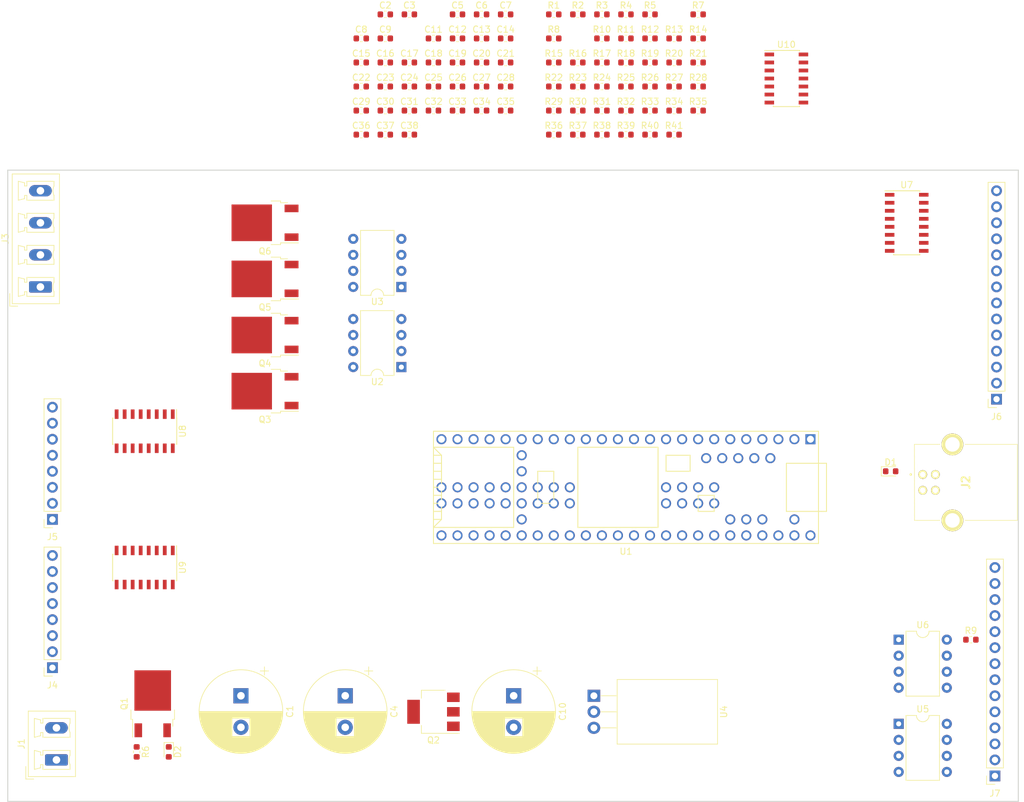
<source format=kicad_pcb>
(kicad_pcb (version 20171130) (host pcbnew "(5.0.2)-1")
  (layers (0 F.Cu signal) (31 B.Cu signal) (34 B.Paste user) (35 F.Paste user) (36 B.SilkS user) (37 F.SilkS user) (38 B.Mask user) (39 F.Mask user) (44 Edge.Cuts user))
  (net 0 "")
  (net 1 +12V)
  (net 2 GND)
  (net 3 "Net-(C2-Pad2)")
  (net 4 "Net-(C3-Pad2)")
  (net 5 "Net-(C4-Pad1)")
  (net 6 "Net-(C9-Pad1)")
  (net 7 +5V)
  (net 8 +3V3)
  (net 9 GNDA)
  (net 10 /LV_BRAKE_CTRL)
  (net 11 "Net-(C22-Pad1)")
  (net 12 "Net-(C23-Pad1)")
  (net 13 "Net-(C24-Pad1)")
  (net 14 "Net-(C25-Pad1)")
  (net 15 "Net-(C26-Pad2)")
  (net 16 "Net-(C26-Pad1)")
  (net 17 "Net-(C27-Pad2)")
  (net 18 "Net-(C27-Pad1)")
  (net 19 "Net-(C28-Pad2)")
  (net 20 "Net-(C28-Pad1)")
  (net 21 "Net-(C29-Pad2)")
  (net 22 "Net-(C29-Pad1)")
  (net 23 /LV_REGEN_CTRL)
  (net 24 "Net-(C31-Pad2)")
  (net 25 "Net-(C32-Pad2)")
  (net 26 "Net-(C33-Pad2)")
  (net 27 "Net-(C34-Pad2)")
  (net 28 /LV_THROTTLE_CTRL)
  (net 29 /LV_TURNSIG_CTRL)
  (net 30 /LV_GEARSHIFT_CTRL)
  (net 31 "Net-(D1-Pad2)")
  (net 32 "Net-(D2-Pad2)")
  (net 33 "Net-(J1-Pad2)")
  (net 34 /USB_D-)
  (net 35 /USB_D+)
  (net 36 "Net-(J2-Pad4)")
  (net 37 /HEADLIGHTS)
  (net 38 /BRAKELIGHTS)
  (net 39 /BLINKERS)
  (net 40 /MOTOR_L_REGEN)
  (net 41 /MOTOR_L_THROTTLE)
  (net 42 /MOTOR_L_METER)
  (net 43 /MOTOR_L_ECO_EN)
  (net 44 /MOTOR_L_REGEN_EN)
  (net 45 /MOTOR_L_FWD_EN)
  (net 46 /MOTOR_L_REV_EN)
  (net 47 /MOTOR_R_REV_EN)
  (net 48 /MOTOR_R_FWD_EN)
  (net 49 /MOTOR_R_REGEN_EN)
  (net 50 /MOTOR_R_ECO_EN)
  (net 51 /MOTOR_R_METER)
  (net 52 /MOTOR_R_THROTTLE)
  (net 53 /MOTOR_R_REGEN)
  (net 54 /BRAKE_CTRL)
  (net 55 /REGEN_CTRL)
  (net 56 /GEARSHIFT_CTRL)
  (net 57 /TURNSIG_CTRL)
  (net 58 /THROTTLE_CTRL)
  (net 59 /HAZARD_CTRL)
  (net 60 /HAZARD_LED)
  (net 61 /DOWN_CTRL)
  (net 62 /UP_CTRL)
  (net 63 /SEL_CTRL)
  (net 64 /KILL_SENSE)
  (net 65 CAN0_H)
  (net 66 CAN0_L)
  (net 67 CAN1_L)
  (net 68 CAN1_H)
  (net 69 /UART_RX)
  (net 70 /UART_TX)
  (net 71 /CS_0)
  (net 72 /MISO_0)
  (net 73 /MOSI_0)
  (net 74 /SCK_0)
  (net 75 /HORN)
  (net 76 "Net-(Q3-Pad1)")
  (net 77 "Net-(Q4-Pad1)")
  (net 78 "Net-(Q5-Pad1)")
  (net 79 "Net-(Q6-Pad1)")
  (net 80 "Net-(R1-Pad2)")
  (net 81 /CAN0_TX)
  (net 82 /CAN0_RX)
  (net 83 "Net-(R2-Pad2)")
  (net 84 "Net-(R3-Pad2)")
  (net 85 "Net-(R4-Pad2)")
  (net 86 /USB_MASTER-SLAVE_SEL)
  (net 87 "Net-(R8-Pad1)")
  (net 88 "Net-(R9-Pad1)")
  (net 89 /PWM_MOTOR_L_THROTTLE)
  (net 90 /PWM_MOTOR_L_REGEN)
  (net 91 /PWM_MOTOR_R_THROTTLE)
  (net 92 /PWM_MOTOR_R_REGEN)
  (net 93 /LV_HAZARD_LED)
  (net 94 /LV_DOWN_CTRL)
  (net 95 /LV_UP_CTRL)
  (net 96 /LV_SEL_CTRL)
  (net 97 /LV_HAZARD_CTRL)
  (net 98 "Net-(U1-Pad23)")
  (net 99 "Net-(U1-Pad24)")
  (net 100 "Net-(U1-Pad25)")
  (net 101 "Net-(U1-Pad28)")
  (net 102 "Net-(U1-Pad29)")
  (net 103 /CAN1_TX)
  (net 104 /CAN1_RX)
  (net 105 "Net-(U1-Pad36)")
  (net 106 /DAC_0)
  (net 107 "Net-(U1-Pad11)")
  (net 108 "Net-(U1-Pad10)")
  (net 109 "Net-(U1-Pad9)")
  (net 110 "Net-(U1-Pad8)")
  (net 111 "Net-(U1-Pad7)")
  (net 112 "Net-(U1-Pad4)")
  (net 113 /DAC_1)
  (net 114 /SDA_0)
  (net 115 /SCL_0)
  (net 116 "Net-(U1-Pad48)")
  (net 117 "Net-(U1-Pad49)")
  (net 118 "Net-(U1-Pad50)")
  (net 119 "Net-(U1-Pad51)")
  (net 120 "Net-(U1-Pad54)")
  (net 121 "Net-(U1-Pad55)")
  (net 122 "Net-(U1-Pad56)")
  (net 123 "Net-(U1-Pad57)")
  (net 124 "Net-(U1-Pad63)")
  (net 125 "Net-(U1-Pad64)")
  (net 126 "Net-(U1-Pad65)")
  (net 127 "Net-(U1-Pad66)")
  (net 128 /LV_BLINKERS)
  (net 129 /LV_BRAKELIGHTS)
  (net 130 "Net-(U1-Pad69)")
  (net 131 /CS_2)
  (net 132 /MOSI_2)
  (net 133 /MISO_2)
  (net 134 /SCK_2)
  (net 135 "Net-(U1-Pad76)")
  (net 136 "Net-(U1-Pad77)")
  (net 137 "Net-(U1-Pad78)")
  (net 138 "Net-(U1-Pad79)")
  (net 139 "Net-(U1-Pad80)")
  (net 140 "Net-(U1-Pad81)")
  (net 141 "Net-(U1-Pad82)")
  (net 142 "Net-(U1-Pad83)")
  (net 143 /LV_HEADLIGHTS)
  (net 144 /LV_HORN)
  (net 145 "Net-(U2-Pad8)")
  (net 146 "Net-(U2-Pad1)")
  (net 147 "Net-(U3-Pad1)")
  (net 148 "Net-(U3-Pad8)")
  (net 149 /LV_KILL_SENSE)
  (net 150 "Net-(U7-Pad15)")
  (net 151 /LV_MOTOR_L_REGEN_EN)
  (net 152 /LV_MOTOR_L_ECO_EN)
  (net 153 /LV_MOTOR_R_REV_EN)
  (net 154 /LV_MOTOR_R_FWD_EN)
  (net 155 /LV_MOTOR_R_REGEN_EN)
  (net 156 /LV_MOTOR_R_ECO_EN)
  (net 157 /LV_MOTOR_L_FWD_EN)
  (net 158 /LV_MOTOR_L_REV_EN)
  (net 159 "Net-(U9-Pad6)")
  (net 160 "Net-(U9-Pad4)")
  (net 161 "Net-(U9-Pad2)")
  (module Capacitor_THT:CP_Radial_D13.0mm_P5.00mm (layer F.Cu) (at 121.92 128.27 270)
    (fp_text reference C1 (at 2.5 -7.75 270) (layer F.SilkS))
    (fp_text value 470uF)
    (pad 1 thru_hole rect (at 0 0 270) (size 2.4 2.4) (drill 1.2) (layers *.Cu *.Mask) (net 1 +12V))
    (pad 2 thru_hole circle (at 5 0 270) (size 2.4 2.4) (drill 1.2) (layers *.Cu *.Mask) (net 2 GND))
  )
  (module Capacitor_SMD:C_0603_1608Metric (layer F.Cu) (at 144.78 20.32)
    (fp_text reference C2 (at 0 -1.43) (layer F.SilkS))
    (fp_text value 0.47u)
    (pad 1 smd roundrect (at -0.7875 0) (size 0.875 0.95) (layers F.Cu F.Paste F.Mask) (net 2 GND))
    (pad 2 smd roundrect (at 0.7875 0) (size 0.875 0.95) (layers F.Cu F.Paste F.Mask) (net 3 "Net-(C2-Pad2)"))
  )
  (module Capacitor_SMD:C_0603_1608Metric (layer F.Cu) (at 148.59 20.32)
    (fp_text reference C3 (at 0 -1.43) (layer F.SilkS))
    (fp_text value 0.47u)
    (pad 1 smd roundrect (at -0.7875 0) (size 0.875 0.95) (layers F.Cu F.Paste F.Mask) (net 2 GND))
    (pad 2 smd roundrect (at 0.7875 0) (size 0.875 0.95) (layers F.Cu F.Paste F.Mask) (net 4 "Net-(C3-Pad2)"))
  )
  (module Capacitor_THT:CP_Radial_D13.0mm_P5.00mm (layer F.Cu) (at 138.43 128.27 270)
    (fp_text reference C4 (at 2.5 -7.75 270) (layer F.SilkS))
    (fp_text value 470uF)
    (pad 2 thru_hole circle (at 5 0 270) (size 2.4 2.4) (drill 1.2) (layers *.Cu *.Mask) (net 2 GND))
    (pad 1 thru_hole rect (at 0 0 270) (size 2.4 2.4) (drill 1.2) (layers *.Cu *.Mask) (net 5 "Net-(C4-Pad1)"))
  )
  (module Capacitor_SMD:C_0603_1608Metric (layer F.Cu) (at 156.21 20.32)
    (fp_text reference C5 (at 0 -1.43) (layer F.SilkS))
    (fp_text value 4.7u)
    (pad 2 smd roundrect (at 0.7875 0) (size 0.875 0.95) (layers F.Cu F.Paste F.Mask) (net 3 "Net-(C2-Pad2)"))
    (pad 1 smd roundrect (at -0.7875 0) (size 0.875 0.95) (layers F.Cu F.Paste F.Mask) (net 2 GND))
  )
  (module Capacitor_SMD:C_0603_1608Metric (layer F.Cu) (at 160.02 20.32)
    (fp_text reference C6 (at 0 -1.43) (layer F.SilkS))
    (fp_text value 4.7u)
    (pad 1 smd roundrect (at -0.7875 0) (size 0.875 0.95) (layers F.Cu F.Paste F.Mask) (net 2 GND))
    (pad 2 smd roundrect (at 0.7875 0) (size 0.875 0.95) (layers F.Cu F.Paste F.Mask) (net 4 "Net-(C3-Pad2)"))
  )
  (module Capacitor_SMD:C_0603_1608Metric (layer F.Cu) (at 163.83 20.32)
    (fp_text reference C7 (at 0 -1.43) (layer F.SilkS))
    (fp_text value 47u)
    (pad 2 smd roundrect (at 0.7875 0) (size 0.875 0.95) (layers F.Cu F.Paste F.Mask) (net 3 "Net-(C2-Pad2)"))
    (pad 1 smd roundrect (at -0.7875 0) (size 0.875 0.95) (layers F.Cu F.Paste F.Mask) (net 2 GND))
  )
  (module Capacitor_SMD:C_0603_1608Metric (layer F.Cu) (at 140.97 24.13)
    (fp_text reference C8 (at 0 -1.43) (layer F.SilkS))
    (fp_text value 47u)
    (pad 2 smd roundrect (at 0.7875 0) (size 0.875 0.95) (layers F.Cu F.Paste F.Mask) (net 4 "Net-(C3-Pad2)"))
    (pad 1 smd roundrect (at -0.7875 0) (size 0.875 0.95) (layers F.Cu F.Paste F.Mask) (net 2 GND))
  )
  (module Capacitor_SMD:C_0603_1608Metric (layer F.Cu) (at 144.78 24.13)
    (fp_text reference C9 (at 0 -1.43) (layer F.SilkS))
    (fp_text value 10uF)
    (pad 1 smd roundrect (at -0.7875 0) (size 0.875 0.95) (layers F.Cu F.Paste F.Mask) (net 6 "Net-(C9-Pad1)"))
    (pad 2 smd roundrect (at 0.7875 0) (size 0.875 0.95) (layers F.Cu F.Paste F.Mask) (net 2 GND))
  )
  (module Capacitor_THT:CP_Radial_D13.0mm_P5.00mm (layer F.Cu) (at 165.1 128.27 270)
    (fp_text reference C10 (at 2.5 -7.75 270) (layer F.SilkS))
    (fp_text value 10uF)
    (pad 1 thru_hole rect (at 0 0 270) (size 2.4 2.4) (drill 1.2) (layers *.Cu *.Mask) (net 7 +5V))
    (pad 2 thru_hole circle (at 5 0 270) (size 2.4 2.4) (drill 1.2) (layers *.Cu *.Mask) (net 2 GND))
  )
  (module Capacitor_SMD:C_0603_1608Metric (layer F.Cu) (at 152.4 24.13)
    (fp_text reference C11 (at 0 -1.43) (layer F.SilkS))
    (fp_text value 0.47u)
    (pad 1 smd roundrect (at -0.7875 0) (size 0.875 0.95) (layers F.Cu F.Paste F.Mask) (net 7 +5V))
    (pad 2 smd roundrect (at 0.7875 0) (size 0.875 0.95) (layers F.Cu F.Paste F.Mask) (net 2 GND))
  )
  (module Capacitor_SMD:C_0603_1608Metric (layer F.Cu) (at 156.21 24.13)
    (fp_text reference C12 (at 0 -1.43) (layer F.SilkS))
    (fp_text value 0.47u)
    (pad 2 smd roundrect (at 0.7875 0) (size 0.875 0.95) (layers F.Cu F.Paste F.Mask) (net 2 GND))
    (pad 1 smd roundrect (at -0.7875 0) (size 0.875 0.95) (layers F.Cu F.Paste F.Mask) (net 7 +5V))
  )
  (module Capacitor_SMD:C_0603_1608Metric (layer F.Cu) (at 160.02 24.13)
    (fp_text reference C13 (at 0 -1.43) (layer F.SilkS))
    (fp_text value 0.47u)
    (pad 2 smd roundrect (at 0.7875 0) (size 0.875 0.95) (layers F.Cu F.Paste F.Mask) (net 2 GND))
    (pad 1 smd roundrect (at -0.7875 0) (size 0.875 0.95) (layers F.Cu F.Paste F.Mask) (net 8 +3V3))
  )
  (module Capacitor_SMD:C_0603_1608Metric (layer F.Cu) (at 163.83 24.13)
    (fp_text reference C14 (at 0 -1.43) (layer F.SilkS))
    (fp_text value 0.47u)
    (pad 1 smd roundrect (at -0.7875 0) (size 0.875 0.95) (layers F.Cu F.Paste F.Mask) (net 8 +3V3))
    (pad 2 smd roundrect (at 0.7875 0) (size 0.875 0.95) (layers F.Cu F.Paste F.Mask) (net 2 GND))
  )
  (module Capacitor_SMD:C_0603_1608Metric (layer F.Cu) (at 140.97 27.94)
    (fp_text reference C15 (at 0 -1.43) (layer F.SilkS))
    (fp_text value 0.47u)
    (pad 2 smd roundrect (at 0.7875 0) (size 0.875 0.95) (layers F.Cu F.Paste F.Mask) (net 2 GND))
    (pad 1 smd roundrect (at -0.7875 0) (size 0.875 0.95) (layers F.Cu F.Paste F.Mask) (net 8 +3V3))
  )
  (module Capacitor_SMD:C_0603_1608Metric (layer F.Cu) (at 144.78 27.94)
    (fp_text reference C16 (at 0 -1.43) (layer F.SilkS))
    (fp_text value 0.47u)
    (pad 2 smd roundrect (at 0.7875 0) (size 0.875 0.95) (layers F.Cu F.Paste F.Mask) (net 2 GND))
    (pad 1 smd roundrect (at -0.7875 0) (size 0.875 0.95) (layers F.Cu F.Paste F.Mask) (net 8 +3V3))
  )
  (module Capacitor_SMD:C_0603_1608Metric (layer F.Cu) (at 148.59 27.94)
    (fp_text reference C17 (at 0 -1.43) (layer F.SilkS))
    (fp_text value 0.47u)
    (pad 1 smd roundrect (at -0.7875 0) (size 0.875 0.95) (layers F.Cu F.Paste F.Mask) (net 8 +3V3))
    (pad 2 smd roundrect (at 0.7875 0) (size 0.875 0.95) (layers F.Cu F.Paste F.Mask) (net 2 GND))
  )
  (module Capacitor_SMD:C_0603_1608Metric (layer F.Cu) (at 152.4 27.94)
    (fp_text reference C18 (at 0 -1.43) (layer F.SilkS))
    (fp_text value 4.7u)
    (pad 1 smd roundrect (at -0.7875 0) (size 0.875 0.95) (layers F.Cu F.Paste F.Mask) (net 2 GND))
    (pad 2 smd roundrect (at 0.7875 0) (size 0.875 0.95) (layers F.Cu F.Paste F.Mask) (net 1 +12V))
  )
  (module Capacitor_SMD:C_0603_1608Metric (layer F.Cu) (at 156.21 27.94)
    (fp_text reference C19 (at 0 -1.43) (layer F.SilkS))
    (fp_text value 4.7u)
    (pad 1 smd roundrect (at -0.7875 0) (size 0.875 0.95) (layers F.Cu F.Paste F.Mask) (net 2 GND))
    (pad 2 smd roundrect (at 0.7875 0) (size 0.875 0.95) (layers F.Cu F.Paste F.Mask) (net 1 +12V))
  )
  (module Capacitor_SMD:C_0603_1608Metric (layer F.Cu) (at 160.02 27.94)
    (fp_text reference C20 (at 0 -1.43) (layer F.SilkS))
    (fp_text value 4.7u)
    (pad 1 smd roundrect (at -0.7875 0) (size 0.875 0.95) (layers F.Cu F.Paste F.Mask) (net 2 GND))
    (pad 2 smd roundrect (at 0.7875 0) (size 0.875 0.95) (layers F.Cu F.Paste F.Mask) (net 1 +12V))
  )
  (module Capacitor_SMD:C_0603_1608Metric (layer F.Cu) (at 163.83 27.94)
    (fp_text reference C21 (at 0 -1.43) (layer F.SilkS))
    (fp_text value C)
    (pad 2 smd roundrect (at 0.7875 0) (size 0.875 0.95) (layers F.Cu F.Paste F.Mask) (net 9 GNDA))
    (pad 1 smd roundrect (at -0.7875 0) (size 0.875 0.95) (layers F.Cu F.Paste F.Mask) (net 10 /LV_BRAKE_CTRL))
  )
  (module Capacitor_SMD:C_0603_1608Metric (layer F.Cu) (at 140.97 31.75)
    (fp_text reference C22 (at 0 -1.43) (layer F.SilkS))
    (fp_text value 3.3n)
    (pad 1 smd roundrect (at -0.7875 0) (size 0.875 0.95) (layers F.Cu F.Paste F.Mask) (net 11 "Net-(C22-Pad1)"))
    (pad 2 smd roundrect (at 0.7875 0) (size 0.875 0.95) (layers F.Cu F.Paste F.Mask) (net 9 GNDA))
  )
  (module Capacitor_SMD:C_0603_1608Metric (layer F.Cu) (at 144.78 31.75)
    (fp_text reference C23 (at 0 -1.43) (layer F.SilkS))
    (fp_text value 3.3n)
    (pad 1 smd roundrect (at -0.7875 0) (size 0.875 0.95) (layers F.Cu F.Paste F.Mask) (net 12 "Net-(C23-Pad1)"))
    (pad 2 smd roundrect (at 0.7875 0) (size 0.875 0.95) (layers F.Cu F.Paste F.Mask) (net 9 GNDA))
  )
  (module Capacitor_SMD:C_0603_1608Metric (layer F.Cu) (at 148.59 31.75)
    (fp_text reference C24 (at 0 -1.43) (layer F.SilkS))
    (fp_text value 3.3n)
    (pad 2 smd roundrect (at 0.7875 0) (size 0.875 0.95) (layers F.Cu F.Paste F.Mask) (net 9 GNDA))
    (pad 1 smd roundrect (at -0.7875 0) (size 0.875 0.95) (layers F.Cu F.Paste F.Mask) (net 13 "Net-(C24-Pad1)"))
  )
  (module Capacitor_SMD:C_0603_1608Metric (layer F.Cu) (at 152.4 31.75)
    (fp_text reference C25 (at 0 -1.43) (layer F.SilkS))
    (fp_text value 3.3n)
    (pad 2 smd roundrect (at 0.7875 0) (size 0.875 0.95) (layers F.Cu F.Paste F.Mask) (net 9 GNDA))
    (pad 1 smd roundrect (at -0.7875 0) (size 0.875 0.95) (layers F.Cu F.Paste F.Mask) (net 14 "Net-(C25-Pad1)"))
  )
  (module Capacitor_SMD:C_0603_1608Metric (layer F.Cu) (at 156.21 31.75)
    (fp_text reference C26 (at 0 -1.43) (layer F.SilkS))
    (fp_text value 6.8n)
    (pad 2 smd roundrect (at 0.7875 0) (size 0.875 0.95) (layers F.Cu F.Paste F.Mask) (net 15 "Net-(C26-Pad2)"))
    (pad 1 smd roundrect (at -0.7875 0) (size 0.875 0.95) (layers F.Cu F.Paste F.Mask) (net 16 "Net-(C26-Pad1)"))
  )
  (module Capacitor_SMD:C_0603_1608Metric (layer F.Cu) (at 160.02 31.75)
    (fp_text reference C27 (at 0 -1.43) (layer F.SilkS))
    (fp_text value 6.8n)
    (pad 2 smd roundrect (at 0.7875 0) (size 0.875 0.95) (layers F.Cu F.Paste F.Mask) (net 17 "Net-(C27-Pad2)"))
    (pad 1 smd roundrect (at -0.7875 0) (size 0.875 0.95) (layers F.Cu F.Paste F.Mask) (net 18 "Net-(C27-Pad1)"))
  )
  (module Capacitor_SMD:C_0603_1608Metric (layer F.Cu) (at 163.83 31.75)
    (fp_text reference C28 (at 0 -1.43) (layer F.SilkS))
    (fp_text value 6.8n)
    (pad 2 smd roundrect (at 0.7875 0) (size 0.875 0.95) (layers F.Cu F.Paste F.Mask) (net 19 "Net-(C28-Pad2)"))
    (pad 1 smd roundrect (at -0.7875 0) (size 0.875 0.95) (layers F.Cu F.Paste F.Mask) (net 20 "Net-(C28-Pad1)"))
  )
  (module Capacitor_SMD:C_0603_1608Metric (layer F.Cu) (at 140.97 35.56)
    (fp_text reference C29 (at 0 -1.43) (layer F.SilkS))
    (fp_text value 6.8n)
    (pad 2 smd roundrect (at 0.7875 0) (size 0.875 0.95) (layers F.Cu F.Paste F.Mask) (net 21 "Net-(C29-Pad2)"))
    (pad 1 smd roundrect (at -0.7875 0) (size 0.875 0.95) (layers F.Cu F.Paste F.Mask) (net 22 "Net-(C29-Pad1)"))
  )
  (module Capacitor_SMD:C_0603_1608Metric (layer F.Cu) (at 144.78 35.56)
    (fp_text reference C30 (at 0 -1.43) (layer F.SilkS))
    (fp_text value C)
    (pad 2 smd roundrect (at 0.7875 0) (size 0.875 0.95) (layers F.Cu F.Paste F.Mask) (net 9 GNDA))
    (pad 1 smd roundrect (at -0.7875 0) (size 0.875 0.95) (layers F.Cu F.Paste F.Mask) (net 23 /LV_REGEN_CTRL))
  )
  (module Capacitor_SMD:C_0603_1608Metric (layer F.Cu) (at 148.59 35.56)
    (fp_text reference C31 (at 0 -1.43) (layer F.SilkS))
    (fp_text value 2.2n)
    (pad 1 smd roundrect (at -0.7875 0) (size 0.875 0.95) (layers F.Cu F.Paste F.Mask) (net 9 GNDA))
    (pad 2 smd roundrect (at 0.7875 0) (size 0.875 0.95) (layers F.Cu F.Paste F.Mask) (net 24 "Net-(C31-Pad2)"))
  )
  (module Capacitor_SMD:C_0603_1608Metric (layer F.Cu) (at 152.4 35.56)
    (fp_text reference C32 (at 0 -1.43) (layer F.SilkS))
    (fp_text value 2.2n)
    (pad 2 smd roundrect (at 0.7875 0) (size 0.875 0.95) (layers F.Cu F.Paste F.Mask) (net 25 "Net-(C32-Pad2)"))
    (pad 1 smd roundrect (at -0.7875 0) (size 0.875 0.95) (layers F.Cu F.Paste F.Mask) (net 9 GNDA))
  )
  (module Capacitor_SMD:C_0603_1608Metric (layer F.Cu) (at 156.21 35.56)
    (fp_text reference C33 (at 0 -1.43) (layer F.SilkS))
    (fp_text value 2.2n)
    (pad 1 smd roundrect (at -0.7875 0) (size 0.875 0.95) (layers F.Cu F.Paste F.Mask) (net 9 GNDA))
    (pad 2 smd roundrect (at 0.7875 0) (size 0.875 0.95) (layers F.Cu F.Paste F.Mask) (net 26 "Net-(C33-Pad2)"))
  )
  (module Capacitor_SMD:C_0603_1608Metric (layer F.Cu) (at 160.02 35.56)
    (fp_text reference C34 (at 0 -1.43) (layer F.SilkS))
    (fp_text value 2.2n)
    (pad 1 smd roundrect (at -0.7875 0) (size 0.875 0.95) (layers F.Cu F.Paste F.Mask) (net 9 GNDA))
    (pad 2 smd roundrect (at 0.7875 0) (size 0.875 0.95) (layers F.Cu F.Paste F.Mask) (net 27 "Net-(C34-Pad2)"))
  )
  (module Capacitor_SMD:C_0603_1608Metric (layer F.Cu) (at 163.83 35.56)
    (fp_text reference C35 (at 0 -1.43) (layer F.SilkS))
    (fp_text value C)
    (pad 1 smd roundrect (at -0.7875 0) (size 0.875 0.95) (layers F.Cu F.Paste F.Mask) (net 28 /LV_THROTTLE_CTRL))
    (pad 2 smd roundrect (at 0.7875 0) (size 0.875 0.95) (layers F.Cu F.Paste F.Mask) (net 9 GNDA))
  )
  (module Capacitor_SMD:C_0603_1608Metric (layer F.Cu) (at 140.97 39.37)
    (fp_text reference C36 (at 0 -1.43) (layer F.SilkS))
    (fp_text value 0.47u)
    (pad 1 smd roundrect (at -0.7875 0) (size 0.875 0.95) (layers F.Cu F.Paste F.Mask) (net 9 GNDA))
    (pad 2 smd roundrect (at 0.7875 0) (size 0.875 0.95) (layers F.Cu F.Paste F.Mask) (net 7 +5V))
  )
  (module Capacitor_SMD:C_0603_1608Metric (layer F.Cu) (at 144.78 39.37)
    (fp_text reference C37 (at 0 -1.43) (layer F.SilkS))
    (fp_text value C)
    (pad 2 smd roundrect (at 0.7875 0) (size 0.875 0.95) (layers F.Cu F.Paste F.Mask) (net 9 GNDA))
    (pad 1 smd roundrect (at -0.7875 0) (size 0.875 0.95) (layers F.Cu F.Paste F.Mask) (net 29 /LV_TURNSIG_CTRL))
  )
  (module Capacitor_SMD:C_0603_1608Metric (layer F.Cu) (at 148.59 39.37)
    (fp_text reference C38 (at 0 -1.43) (layer F.SilkS))
    (fp_text value C)
    (pad 1 smd roundrect (at -0.7875 0) (size 0.875 0.95) (layers F.Cu F.Paste F.Mask) (net 30 /LV_GEARSHIFT_CTRL))
    (pad 2 smd roundrect (at 0.7875 0) (size 0.875 0.95) (layers F.Cu F.Paste F.Mask) (net 9 GNDA))
  )
  (module Diode_SMD:D_0603_1608Metric (layer F.Cu) (at 224.79 92.71)
    (fp_text reference D1 (at 0 -1.43) (layer F.SilkS))
    (fp_text value D_Schottky)
    (pad 1 smd roundrect (at -0.7875 0) (size 0.875 0.95) (layers F.Cu F.Paste F.Mask) (net 7 +5V))
    (pad 2 smd roundrect (at 0.7875 0) (size 0.875 0.95) (layers F.Cu F.Paste F.Mask) (net 31 "Net-(D1-Pad2)"))
  )
  (module Diode_SMD:D_0603_1608Metric (layer F.Cu) (at 110.49 137.16 270)
    (fp_text reference D2 (at 0 -1.43 270) (layer F.SilkS))
    (fp_text value D_Zener)
    (pad 2 smd roundrect (at 0.7875 0 270) (size 0.875 0.95) (layers F.Cu F.Paste F.Mask) (net 32 "Net-(D2-Pad2)"))
    (pad 1 smd roundrect (at -0.7875 0 270) (size 0.875 0.95) (layers F.Cu F.Paste F.Mask) (net 1 +12V))
  )
  (module SamacSys_Parts:USBRBSSOTH (layer F.Cu) (at 229.87 93.218 90)
    (fp_text reference J2 (at -1.25 6.83 90) (layer F.SilkS) (effects (font (size 1.27 1.27) (thickness 0.254))))
    (fp_text value USB_B_Micro hide)
    (pad 1 thru_hole circle (at 0 0 180) (size 1.4 1.4) (drill 0.9) (layers *.Cu *.Mask F.SilkS) (net 31 "Net-(D1-Pad2)"))
    (pad 2 thru_hole circle (at -2.5 0 180) (size 1.4 1.4) (drill 0.9) (layers *.Cu *.Mask F.SilkS) (net 34 /USB_D-))
    (pad 3 thru_hole circle (at -2.5 2 180) (size 1.4 1.4) (drill 0.9) (layers *.Cu *.Mask F.SilkS) (net 35 /USB_D+))
    (pad 4 thru_hole circle (at 0 2 180) (size 1.4 1.4) (drill 0.9) (layers *.Cu *.Mask F.SilkS) (net 36 "Net-(J2-Pad4)"))
    (pad 5 thru_hole circle (at -7.27 4.7 180) (size 3.45 3.45) (drill 2.3) (layers *.Cu *.Mask F.SilkS) (net 2 GND))
    (pad 6 thru_hole circle (at 4.77 4.7 180) (size 3.45 3.45) (drill 2.3) (layers *.Cu *.Mask F.SilkS) (net 2 GND))
  )
  (module Connector_PinSocket_2.54mm:PinSocket_1x08_P2.54mm_Vertical (layer F.Cu) (at 92.075 123.825 180)
    (fp_text reference J4 (at 0 -2.77 180) (layer F.SilkS))
    (fp_text value Screw_Terminal_01x08)
    (pad 8 thru_hole oval (at 0 17.78 180) (size 1.7 1.7) (drill 1) (layers *.Cu *.Mask) (net 9 GNDA))
    (pad 7 thru_hole oval (at 0 15.24 180) (size 1.7 1.7) (drill 1) (layers *.Cu *.Mask) (net 40 /MOTOR_L_REGEN))
    (pad 6 thru_hole oval (at 0 12.7 180) (size 1.7 1.7) (drill 1) (layers *.Cu *.Mask) (net 41 /MOTOR_L_THROTTLE))
    (pad 5 thru_hole oval (at 0 10.16 180) (size 1.7 1.7) (drill 1) (layers *.Cu *.Mask) (net 42 /MOTOR_L_METER))
    (pad 4 thru_hole oval (at 0 7.62 180) (size 1.7 1.7) (drill 1) (layers *.Cu *.Mask) (net 43 /MOTOR_L_ECO_EN))
    (pad 3 thru_hole oval (at 0 5.08 180) (size 1.7 1.7) (drill 1) (layers *.Cu *.Mask) (net 44 /MOTOR_L_REGEN_EN))
    (pad 2 thru_hole oval (at 0 2.54 180) (size 1.7 1.7) (drill 1) (layers *.Cu *.Mask) (net 45 /MOTOR_L_FWD_EN))
    (pad 1 thru_hole rect (at 0 0 180) (size 1.7 1.7) (drill 1) (layers *.Cu *.Mask) (net 46 /MOTOR_L_REV_EN))
  )
  (module Connector_PinSocket_2.54mm:PinSocket_1x08_P2.54mm_Vertical (layer F.Cu) (at 92.075 100.33 180)
    (fp_text reference J5 (at 0 -2.77 180) (layer F.SilkS))
    (fp_text value Screw_Terminal_01x08)
    (pad 1 thru_hole rect (at 0 0 180) (size 1.7 1.7) (drill 1) (layers *.Cu *.Mask) (net 47 /MOTOR_R_REV_EN))
    (pad 2 thru_hole oval (at 0 2.54 180) (size 1.7 1.7) (drill 1) (layers *.Cu *.Mask) (net 48 /MOTOR_R_FWD_EN))
    (pad 3 thru_hole oval (at 0 5.08 180) (size 1.7 1.7) (drill 1) (layers *.Cu *.Mask) (net 49 /MOTOR_R_REGEN_EN))
    (pad 4 thru_hole oval (at 0 7.62 180) (size 1.7 1.7) (drill 1) (layers *.Cu *.Mask) (net 50 /MOTOR_R_ECO_EN))
    (pad 5 thru_hole oval (at 0 10.16 180) (size 1.7 1.7) (drill 1) (layers *.Cu *.Mask) (net 51 /MOTOR_R_METER))
    (pad 6 thru_hole oval (at 0 12.7 180) (size 1.7 1.7) (drill 1) (layers *.Cu *.Mask) (net 52 /MOTOR_R_THROTTLE))
    (pad 7 thru_hole oval (at 0 15.24 180) (size 1.7 1.7) (drill 1) (layers *.Cu *.Mask) (net 53 /MOTOR_R_REGEN))
    (pad 8 thru_hole oval (at 0 17.78 180) (size 1.7 1.7) (drill 1) (layers *.Cu *.Mask) (net 9 GNDA))
  )
  (module Connector_PinSocket_2.54mm:PinSocket_1x14_P2.54mm_Vertical (layer F.Cu) (at 241.554 81.28 180)
    (fp_text reference J6 (at 0 -2.77 180) (layer F.SilkS))
    (fp_text value Screw_Terminal_01x14)
    (pad 1 thru_hole rect (at 0 0 180) (size 1.7 1.7) (drill 1) (layers *.Cu *.Mask) (net 7 +5V))
    (pad 2 thru_hole oval (at 0 2.54 180) (size 1.7 1.7) (drill 1) (layers *.Cu *.Mask) (net 1 +12V))
    (pad 3 thru_hole oval (at 0 5.08 180) (size 1.7 1.7) (drill 1) (layers *.Cu *.Mask) (net 9 GNDA))
    (pad 4 thru_hole oval (at 0 7.62 180) (size 1.7 1.7) (drill 1) (layers *.Cu *.Mask) (net 54 /BRAKE_CTRL))
    (pad 5 thru_hole oval (at 0 10.16 180) (size 1.7 1.7) (drill 1) (layers *.Cu *.Mask) (net 55 /REGEN_CTRL))
    (pad 6 thru_hole oval (at 0 12.7 180) (size 1.7 1.7) (drill 1) (layers *.Cu *.Mask) (net 56 /GEARSHIFT_CTRL))
    (pad 7 thru_hole oval (at 0 15.24 180) (size 1.7 1.7) (drill 1) (layers *.Cu *.Mask) (net 57 /TURNSIG_CTRL))
    (pad 8 thru_hole oval (at 0 17.78 180) (size 1.7 1.7) (drill 1) (layers *.Cu *.Mask) (net 58 /THROTTLE_CTRL))
    (pad 9 thru_hole oval (at 0 20.32 180) (size 1.7 1.7) (drill 1) (layers *.Cu *.Mask) (net 59 /HAZARD_CTRL))
    (pad 10 thru_hole oval (at 0 22.86 180) (size 1.7 1.7) (drill 1) (layers *.Cu *.Mask) (net 60 /HAZARD_LED))
    (pad 11 thru_hole oval (at 0 25.4 180) (size 1.7 1.7) (drill 1) (layers *.Cu *.Mask) (net 61 /DOWN_CTRL))
    (pad 12 thru_hole oval (at 0 27.94 180) (size 1.7 1.7) (drill 1) (layers *.Cu *.Mask) (net 62 /UP_CTRL))
    (pad 13 thru_hole oval (at 0 30.48 180) (size 1.7 1.7) (drill 1) (layers *.Cu *.Mask) (net 63 /SEL_CTRL))
    (pad 14 thru_hole oval (at 0 33.02 180) (size 1.7 1.7) (drill 1) (layers *.Cu *.Mask) (net 64 /KILL_SENSE))
  )
  (module Package_TO_SOT_SMD:TO-252-2 (layer F.Cu) (at 107.95 129.54 90)
    (fp_text reference Q1 (at 0 -4.5 90) (layer F.SilkS))
    (fp_text value QM6015D)
    (pad 1 smd rect (at -4.2 -2.28 90) (size 2.2 1.2) (layers F.Cu F.Paste F.Mask) (net 32 "Net-(D2-Pad2)"))
    (pad 3 smd rect (at -4.2 2.28 90) (size 2.2 1.2) (layers F.Cu F.Paste F.Mask) (net 1 +12V))
    (pad 2 smd rect (at 2.1 0 90) (size 6.4 5.8) (layers F.Cu F.Mask) (net 33 "Net-(J1-Pad2)"))
  )
  (module Package_TO_SOT_SMD:SOT-223 (layer F.Cu) (at 152.4 130.81 180)
    (fp_text reference Q2 (at 0 -4.5 180) (layer F.SilkS))
    (fp_text value PZT2222A)
    (pad 4 smd rect (at 3.15 0 180) (size 2 3.8) (layers F.Cu F.Paste F.Mask))
    (pad 2 smd rect (at -3.15 0 180) (size 2 1.5) (layers F.Cu F.Paste F.Mask) (net 1 +12V))
    (pad 3 smd rect (at -3.15 2.3 180) (size 2 1.5) (layers F.Cu F.Paste F.Mask) (net 6 "Net-(C9-Pad1)"))
    (pad 1 smd rect (at -3.15 -2.3 180) (size 2 1.5) (layers F.Cu F.Paste F.Mask) (net 5 "Net-(C4-Pad1)"))
  )
  (module Package_TO_SOT_SMD:TO-252-2 (layer F.Cu) (at 125.73 80.01 180)
    (fp_text reference Q3 (at 0 -4.5 180) (layer F.SilkS))
    (fp_text value QM6015D)
    (pad 2 smd rect (at 2.1 0 180) (size 6.4 5.8) (layers F.Cu F.Mask) (net 75 /HORN))
    (pad 3 smd rect (at -4.2 2.28 180) (size 2.2 1.2) (layers F.Cu F.Paste F.Mask) (net 3 "Net-(C2-Pad2)"))
    (pad 1 smd rect (at -4.2 -2.28 180) (size 2.2 1.2) (layers F.Cu F.Paste F.Mask) (net 76 "Net-(Q3-Pad1)"))
  )
  (module Package_TO_SOT_SMD:TO-252-2 (layer F.Cu) (at 125.73 71.12 180)
    (fp_text reference Q4 (at 0 -4.5 180) (layer F.SilkS))
    (fp_text value QM6015D)
    (pad 2 smd rect (at 2.1 0 180) (size 6.4 5.8) (layers F.Cu F.Mask) (net 38 /BRAKELIGHTS))
    (pad 3 smd rect (at -4.2 2.28 180) (size 2.2 1.2) (layers F.Cu F.Paste F.Mask) (net 4 "Net-(C3-Pad2)"))
    (pad 1 smd rect (at -4.2 -2.28 180) (size 2.2 1.2) (layers F.Cu F.Paste F.Mask) (net 77 "Net-(Q4-Pad1)"))
  )
  (module Package_TO_SOT_SMD:TO-252-2 (layer F.Cu) (at 125.73 62.23 180)
    (fp_text reference Q5 (at 0 -4.5 180) (layer F.SilkS))
    (fp_text value QM6015D)
    (pad 1 smd rect (at -4.2 -2.28 180) (size 2.2 1.2) (layers F.Cu F.Paste F.Mask) (net 78 "Net-(Q5-Pad1)"))
    (pad 3 smd rect (at -4.2 2.28 180) (size 2.2 1.2) (layers F.Cu F.Paste F.Mask) (net 3 "Net-(C2-Pad2)"))
    (pad 2 smd rect (at 2.1 0 180) (size 6.4 5.8) (layers F.Cu F.Mask) (net 37 /HEADLIGHTS))
  )
  (module Package_TO_SOT_SMD:TO-252-2 (layer F.Cu) (at 125.73 53.34 180)
    (fp_text reference Q6 (at 0 -4.5 180) (layer F.SilkS))
    (fp_text value QM6015D)
    (pad 1 smd rect (at -4.2 -2.28 180) (size 2.2 1.2) (layers F.Cu F.Paste F.Mask) (net 79 "Net-(Q6-Pad1)"))
    (pad 3 smd rect (at -4.2 2.28 180) (size 2.2 1.2) (layers F.Cu F.Paste F.Mask) (net 4 "Net-(C3-Pad2)"))
    (pad 2 smd rect (at 2.1 0 180) (size 6.4 5.8) (layers F.Cu F.Mask) (net 39 /BLINKERS))
  )
  (module Resistor_SMD:R_0603_1608Metric (layer F.Cu) (at 171.45 20.32)
    (fp_text reference R1 (at 0 -1.43) (layer F.SilkS))
    (fp_text value 0)
    (pad 2 smd roundrect (at 0.7875 0) (size 0.875 0.95) (layers F.Cu F.Paste F.Mask) (net 80 "Net-(R1-Pad2)"))
    (pad 1 smd roundrect (at -0.7875 0) (size 0.875 0.95) (layers F.Cu F.Paste F.Mask) (net 81 /CAN0_TX))
  )
  (module Resistor_SMD:R_0603_1608Metric (layer F.Cu) (at 175.26 20.32)
    (fp_text reference R2 (at 0 -1.43) (layer F.SilkS))
    (fp_text value 0)
    (pad 1 smd roundrect (at -0.7875 0) (size 0.875 0.95) (layers F.Cu F.Paste F.Mask) (net 82 /CAN0_RX))
    (pad 2 smd roundrect (at 0.7875 0) (size 0.875 0.95) (layers F.Cu F.Paste F.Mask) (net 83 "Net-(R2-Pad2)"))
  )
  (module Resistor_SMD:R_0603_1608Metric (layer F.Cu) (at 179.07 20.32)
    (fp_text reference R3 (at 0 -1.43) (layer F.SilkS))
    (fp_text value 0)
    (pad 2 smd roundrect (at 0.7875 0) (size 0.875 0.95) (layers F.Cu F.Paste F.Mask) (net 84 "Net-(R3-Pad2)"))
    (pad 1 smd roundrect (at -0.7875 0) (size 0.875 0.95) (layers F.Cu F.Paste F.Mask) (net 81 /CAN0_TX))
  )
  (module Resistor_SMD:R_0603_1608Metric (layer F.Cu) (at 182.88 20.32)
    (fp_text reference R4 (at 0 -1.43) (layer F.SilkS))
    (fp_text value 0)
    (pad 1 smd roundrect (at -0.7875 0) (size 0.875 0.95) (layers F.Cu F.Paste F.Mask) (net 82 /CAN0_RX))
    (pad 2 smd roundrect (at 0.7875 0) (size 0.875 0.95) (layers F.Cu F.Paste F.Mask) (net 85 "Net-(R4-Pad2)"))
  )
  (module Resistor_SMD:R_0603_1608Metric (layer F.Cu) (at 186.69 20.32)
    (fp_text reference R5 (at 0 -1.43) (layer F.SilkS))
    (fp_text value 0)
    (pad 1 smd roundrect (at -0.7875 0) (size 0.875 0.95) (layers F.Cu F.Paste F.Mask) (net 36 "Net-(J2-Pad4)"))
    (pad 2 smd roundrect (at 0.7875 0) (size 0.875 0.95) (layers F.Cu F.Paste F.Mask) (net 86 /USB_MASTER-SLAVE_SEL))
  )
  (module Resistor_SMD:R_0603_1608Metric (layer F.Cu) (at 105.41 137.16 270)
    (fp_text reference R6 (at 0 -1.43 270) (layer F.SilkS))
    (fp_text value R)
    (pad 2 smd roundrect (at 0.7875 0 270) (size 0.875 0.95) (layers F.Cu F.Paste F.Mask) (net 2 GND))
    (pad 1 smd roundrect (at -0.7875 0 270) (size 0.875 0.95) (layers F.Cu F.Paste F.Mask) (net 32 "Net-(D2-Pad2)"))
  )
  (module Resistor_SMD:R_0603_1608Metric (layer F.Cu) (at 194.31 20.32)
    (fp_text reference R7 (at 0 -1.43) (layer F.SilkS))
    (fp_text value 120)
    (pad 2 smd roundrect (at 0.7875 0) (size 0.875 0.95) (layers F.Cu F.Paste F.Mask) (net 5 "Net-(C4-Pad1)"))
    (pad 1 smd roundrect (at -0.7875 0) (size 0.875 0.95) (layers F.Cu F.Paste F.Mask) (net 1 +12V))
  )
  (module Resistor_SMD:R_0603_1608Metric (layer F.Cu) (at 171.45 24.13)
    (fp_text reference R8 (at 0 -1.43) (layer F.SilkS))
    (fp_text value R)
    (pad 1 smd roundrect (at -0.7875 0) (size 0.875 0.95) (layers F.Cu F.Paste F.Mask) (net 87 "Net-(R8-Pad1)"))
    (pad 2 smd roundrect (at 0.7875 0) (size 0.875 0.95) (layers F.Cu F.Paste F.Mask) (net 2 GND))
  )
  (module Resistor_SMD:R_0603_1608Metric (layer F.Cu) (at 237.49 119.38)
    (fp_text reference R9 (at 0 -1.43) (layer F.SilkS))
    (fp_text value R)
    (pad 2 smd roundrect (at 0.7875 0) (size 0.875 0.95) (layers F.Cu F.Paste F.Mask) (net 2 GND))
    (pad 1 smd roundrect (at -0.7875 0) (size 0.875 0.95) (layers F.Cu F.Paste F.Mask) (net 88 "Net-(R9-Pad1)"))
  )
  (module Resistor_SMD:R_0603_1608Metric (layer F.Cu) (at 179.07 24.13)
    (fp_text reference R10 (at 0 -1.43) (layer F.SilkS))
    (fp_text value 120)
    (pad 2 smd roundrect (at 0.7875 0) (size 0.875 0.95) (layers F.Cu F.Paste F.Mask) (net 67 CAN1_L))
    (pad 1 smd roundrect (at -0.7875 0) (size 0.875 0.95) (layers F.Cu F.Paste F.Mask) (net 68 CAN1_H))
  )
  (module Resistor_SMD:R_0603_1608Metric (layer F.Cu) (at 182.88 24.13)
    (fp_text reference R11 (at 0 -1.43) (layer F.SilkS))
    (fp_text value 120)
    (pad 1 smd roundrect (at -0.7875 0) (size 0.875 0.95) (layers F.Cu F.Paste F.Mask) (net 65 CAN0_H))
    (pad 2 smd roundrect (at 0.7875 0) (size 0.875 0.95) (layers F.Cu F.Paste F.Mask) (net 66 CAN0_L))
  )
  (module Resistor_SMD:R_0603_1608Metric (layer F.Cu) (at 186.69 24.13)
    (fp_text reference R12 (at 0 -1.43) (layer F.SilkS))
    (fp_text value R)
    (pad 1 smd roundrect (at -0.7875 0) (size 0.875 0.95) (layers F.Cu F.Paste F.Mask) (net 54 /BRAKE_CTRL))
    (pad 2 smd roundrect (at 0.7875 0) (size 0.875 0.95) (layers F.Cu F.Paste F.Mask) (net 10 /LV_BRAKE_CTRL))
  )
  (module Resistor_SMD:R_0603_1608Metric (layer F.Cu) (at 190.5 24.13)
    (fp_text reference R13 (at 0 -1.43) (layer F.SilkS))
    (fp_text value R)
    (pad 1 smd roundrect (at -0.7875 0) (size 0.875 0.95) (layers F.Cu F.Paste F.Mask) (net 10 /LV_BRAKE_CTRL))
    (pad 2 smd roundrect (at 0.7875 0) (size 0.875 0.95) (layers F.Cu F.Paste F.Mask) (net 9 GNDA))
  )
  (module Resistor_SMD:R_0603_1608Metric (layer F.Cu) (at 194.31 24.13)
    (fp_text reference R14 (at 0 -1.43) (layer F.SilkS))
    (fp_text value 8.2k)
    (pad 1 smd roundrect (at -0.7875 0) (size 0.875 0.95) (layers F.Cu F.Paste F.Mask) (net 11 "Net-(C22-Pad1)"))
    (pad 2 smd roundrect (at 0.7875 0) (size 0.875 0.95) (layers F.Cu F.Paste F.Mask) (net 89 /PWM_MOTOR_L_THROTTLE))
  )
  (module Resistor_SMD:R_0603_1608Metric (layer F.Cu) (at 171.45 27.94)
    (fp_text reference R15 (at 0 -1.43) (layer F.SilkS))
    (fp_text value 8.2k)
    (pad 1 smd roundrect (at -0.7875 0) (size 0.875 0.95) (layers F.Cu F.Paste F.Mask) (net 12 "Net-(C23-Pad1)"))
    (pad 2 smd roundrect (at 0.7875 0) (size 0.875 0.95) (layers F.Cu F.Paste F.Mask) (net 90 /PWM_MOTOR_L_REGEN))
  )
  (module Resistor_SMD:R_0603_1608Metric (layer F.Cu) (at 175.26 27.94)
    (fp_text reference R16 (at 0 -1.43) (layer F.SilkS))
    (fp_text value 8.2k)
    (pad 2 smd roundrect (at 0.7875 0) (size 0.875 0.95) (layers F.Cu F.Paste F.Mask) (net 91 /PWM_MOTOR_R_THROTTLE))
    (pad 1 smd roundrect (at -0.7875 0) (size 0.875 0.95) (layers F.Cu F.Paste F.Mask) (net 13 "Net-(C24-Pad1)"))
  )
  (module Resistor_SMD:R_0603_1608Metric (layer F.Cu) (at 179.07 27.94)
    (fp_text reference R17 (at 0 -1.43) (layer F.SilkS))
    (fp_text value 8.2k)
    (pad 1 smd roundrect (at -0.7875 0) (size 0.875 0.95) (layers F.Cu F.Paste F.Mask) (net 14 "Net-(C25-Pad1)"))
    (pad 2 smd roundrect (at 0.7875 0) (size 0.875 0.95) (layers F.Cu F.Paste F.Mask) (net 92 /PWM_MOTOR_R_REGEN))
  )
  (module Resistor_SMD:R_0603_1608Metric (layer F.Cu) (at 182.88 27.94)
    (fp_text reference R18 (at 0 -1.43) (layer F.SilkS))
    (fp_text value R)
    (pad 2 smd roundrect (at 0.7875 0) (size 0.875 0.95) (layers F.Cu F.Paste F.Mask) (net 23 /LV_REGEN_CTRL))
    (pad 1 smd roundrect (at -0.7875 0) (size 0.875 0.95) (layers F.Cu F.Paste F.Mask) (net 55 /REGEN_CTRL))
  )
  (module Resistor_SMD:R_0603_1608Metric (layer F.Cu) (at 186.69 27.94)
    (fp_text reference R19 (at 0 -1.43) (layer F.SilkS))
    (fp_text value R)
    (pad 2 smd roundrect (at 0.7875 0) (size 0.875 0.95) (layers F.Cu F.Paste F.Mask) (net 9 GNDA))
    (pad 1 smd roundrect (at -0.7875 0) (size 0.875 0.95) (layers F.Cu F.Paste F.Mask) (net 23 /LV_REGEN_CTRL))
  )
  (module Resistor_SMD:R_0603_1608Metric (layer F.Cu) (at 190.5 27.94)
    (fp_text reference R20 (at 0 -1.43) (layer F.SilkS))
    (fp_text value 120k)
    (pad 2 smd roundrect (at 0.7875 0) (size 0.875 0.95) (layers F.Cu F.Paste F.Mask) (net 11 "Net-(C22-Pad1)"))
    (pad 1 smd roundrect (at -0.7875 0) (size 0.875 0.95) (layers F.Cu F.Paste F.Mask) (net 16 "Net-(C26-Pad1)"))
  )
  (module Resistor_SMD:R_0603_1608Metric (layer F.Cu) (at 194.31 27.94)
    (fp_text reference R21 (at 0 -1.43) (layer F.SilkS))
    (fp_text value 120k)
    (pad 2 smd roundrect (at 0.7875 0) (size 0.875 0.95) (layers F.Cu F.Paste F.Mask) (net 12 "Net-(C23-Pad1)"))
    (pad 1 smd roundrect (at -0.7875 0) (size 0.875 0.95) (layers F.Cu F.Paste F.Mask) (net 18 "Net-(C27-Pad1)"))
  )
  (module Resistor_SMD:R_0603_1608Metric (layer F.Cu) (at 171.45 31.75)
    (fp_text reference R22 (at 0 -1.43) (layer F.SilkS))
    (fp_text value 120k)
    (pad 1 smd roundrect (at -0.7875 0) (size 0.875 0.95) (layers F.Cu F.Paste F.Mask) (net 20 "Net-(C28-Pad1)"))
    (pad 2 smd roundrect (at 0.7875 0) (size 0.875 0.95) (layers F.Cu F.Paste F.Mask) (net 13 "Net-(C24-Pad1)"))
  )
  (module Resistor_SMD:R_0603_1608Metric (layer F.Cu) (at 175.26 31.75)
    (fp_text reference R23 (at 0 -1.43) (layer F.SilkS))
    (fp_text value 120k)
    (pad 1 smd roundrect (at -0.7875 0) (size 0.875 0.95) (layers F.Cu F.Paste F.Mask) (net 22 "Net-(C29-Pad1)"))
    (pad 2 smd roundrect (at 0.7875 0) (size 0.875 0.95) (layers F.Cu F.Paste F.Mask) (net 14 "Net-(C25-Pad1)"))
  )
  (module Resistor_SMD:R_0603_1608Metric (layer F.Cu) (at 179.07 31.75)
    (fp_text reference R24 (at 0 -1.43) (layer F.SilkS))
    (fp_text value 36k)
    (pad 1 smd roundrect (at -0.7875 0) (size 0.875 0.95) (layers F.Cu F.Paste F.Mask) (net 24 "Net-(C31-Pad2)"))
    (pad 2 smd roundrect (at 0.7875 0) (size 0.875 0.95) (layers F.Cu F.Paste F.Mask) (net 16 "Net-(C26-Pad1)"))
  )
  (module Resistor_SMD:R_0603_1608Metric (layer F.Cu) (at 182.88 31.75)
    (fp_text reference R25 (at 0 -1.43) (layer F.SilkS))
    (fp_text value 36k)
    (pad 2 smd roundrect (at 0.7875 0) (size 0.875 0.95) (layers F.Cu F.Paste F.Mask) (net 18 "Net-(C27-Pad1)"))
    (pad 1 smd roundrect (at -0.7875 0) (size 0.875 0.95) (layers F.Cu F.Paste F.Mask) (net 25 "Net-(C32-Pad2)"))
  )
  (module Resistor_SMD:R_0603_1608Metric (layer F.Cu) (at 186.69 31.75)
    (fp_text reference R26 (at 0 -1.43) (layer F.SilkS))
    (fp_text value 36k)
    (pad 2 smd roundrect (at 0.7875 0) (size 0.875 0.95) (layers F.Cu F.Paste F.Mask) (net 20 "Net-(C28-Pad1)"))
    (pad 1 smd roundrect (at -0.7875 0) (size 0.875 0.95) (layers F.Cu F.Paste F.Mask) (net 26 "Net-(C33-Pad2)"))
  )
  (module Resistor_SMD:R_0603_1608Metric (layer F.Cu) (at 190.5 31.75)
    (fp_text reference R27 (at 0 -1.43) (layer F.SilkS))
    (fp_text value 36k)
    (pad 2 smd roundrect (at 0.7875 0) (size 0.875 0.95) (layers F.Cu F.Paste F.Mask) (net 22 "Net-(C29-Pad1)"))
    (pad 1 smd roundrect (at -0.7875 0) (size 0.875 0.95) (layers F.Cu F.Paste F.Mask) (net 27 "Net-(C34-Pad2)"))
  )
  (module Resistor_SMD:R_0603_1608Metric (layer F.Cu) (at 194.31 31.75)
    (fp_text reference R28 (at 0 -1.43) (layer F.SilkS))
    (fp_text value R)
    (pad 1 smd roundrect (at -0.7875 0) (size 0.875 0.95) (layers F.Cu F.Paste F.Mask) (net 58 /THROTTLE_CTRL))
    (pad 2 smd roundrect (at 0.7875 0) (size 0.875 0.95) (layers F.Cu F.Paste F.Mask) (net 28 /LV_THROTTLE_CTRL))
  )
  (module Resistor_SMD:R_0603_1608Metric (layer F.Cu) (at 171.45 35.56)
    (fp_text reference R29 (at 0 -1.43) (layer F.SilkS))
    (fp_text value R)
    (pad 1 smd roundrect (at -0.7875 0) (size 0.875 0.95) (layers F.Cu F.Paste F.Mask) (net 28 /LV_THROTTLE_CTRL))
    (pad 2 smd roundrect (at 0.7875 0) (size 0.875 0.95) (layers F.Cu F.Paste F.Mask) (net 9 GNDA))
  )
  (module Resistor_SMD:R_0603_1608Metric (layer F.Cu) (at 175.26 35.56)
    (fp_text reference R30 (at 0 -1.43) (layer F.SilkS))
    (fp_text value R)
    (pad 2 smd roundrect (at 0.7875 0) (size 0.875 0.95) (layers F.Cu F.Paste F.Mask) (net 29 /LV_TURNSIG_CTRL))
    (pad 1 smd roundrect (at -0.7875 0) (size 0.875 0.95) (layers F.Cu F.Paste F.Mask) (net 57 /TURNSIG_CTRL))
  )
  (module Resistor_SMD:R_0603_1608Metric (layer F.Cu) (at 179.07 35.56)
    (fp_text reference R31 (at 0 -1.43) (layer F.SilkS))
    (fp_text value R)
    (pad 2 smd roundrect (at 0.7875 0) (size 0.875 0.95) (layers F.Cu F.Paste F.Mask) (net 9 GNDA))
    (pad 1 smd roundrect (at -0.7875 0) (size 0.875 0.95) (layers F.Cu F.Paste F.Mask) (net 29 /LV_TURNSIG_CTRL))
  )
  (module Resistor_SMD:R_0603_1608Metric (layer F.Cu) (at 182.88 35.56)
    (fp_text reference R32 (at 0 -1.43) (layer F.SilkS))
    (fp_text value R)
    (pad 2 smd roundrect (at 0.7875 0) (size 0.875 0.95) (layers F.Cu F.Paste F.Mask) (net 15 "Net-(C26-Pad2)"))
    (pad 1 smd roundrect (at -0.7875 0) (size 0.875 0.95) (layers F.Cu F.Paste F.Mask) (net 41 /MOTOR_L_THROTTLE))
  )
  (module Resistor_SMD:R_0603_1608Metric (layer F.Cu) (at 186.69 35.56)
    (fp_text reference R33 (at 0 -1.43) (layer F.SilkS))
    (fp_text value R)
    (pad 1 smd roundrect (at -0.7875 0) (size 0.875 0.95) (layers F.Cu F.Paste F.Mask) (net 15 "Net-(C26-Pad2)"))
    (pad 2 smd roundrect (at 0.7875 0) (size 0.875 0.95) (layers F.Cu F.Paste F.Mask) (net 9 GNDA))
  )
  (module Resistor_SMD:R_0603_1608Metric (layer F.Cu) (at 190.5 35.56)
    (fp_text reference R34 (at 0 -1.43) (layer F.SilkS))
    (fp_text value R)
    (pad 2 smd roundrect (at 0.7875 0) (size 0.875 0.95) (layers F.Cu F.Paste F.Mask) (net 17 "Net-(C27-Pad2)"))
    (pad 1 smd roundrect (at -0.7875 0) (size 0.875 0.95) (layers F.Cu F.Paste F.Mask) (net 40 /MOTOR_L_REGEN))
  )
  (module Resistor_SMD:R_0603_1608Metric (layer F.Cu) (at 194.31 35.56)
    (fp_text reference R35 (at 0 -1.43) (layer F.SilkS))
    (fp_text value R)
    (pad 1 smd roundrect (at -0.7875 0) (size 0.875 0.95) (layers F.Cu F.Paste F.Mask) (net 17 "Net-(C27-Pad2)"))
    (pad 2 smd roundrect (at 0.7875 0) (size 0.875 0.95) (layers F.Cu F.Paste F.Mask) (net 9 GNDA))
  )
  (module Resistor_SMD:R_0603_1608Metric (layer F.Cu) (at 171.45 39.37)
    (fp_text reference R36 (at 0 -1.43) (layer F.SilkS))
    (fp_text value R)
    (pad 2 smd roundrect (at 0.7875 0) (size 0.875 0.95) (layers F.Cu F.Paste F.Mask) (net 19 "Net-(C28-Pad2)"))
    (pad 1 smd roundrect (at -0.7875 0) (size 0.875 0.95) (layers F.Cu F.Paste F.Mask) (net 52 /MOTOR_R_THROTTLE))
  )
  (module Resistor_SMD:R_0603_1608Metric (layer F.Cu) (at 175.26 39.37)
    (fp_text reference R37 (at 0 -1.43) (layer F.SilkS))
    (fp_text value R)
    (pad 1 smd roundrect (at -0.7875 0) (size 0.875 0.95) (layers F.Cu F.Paste F.Mask) (net 19 "Net-(C28-Pad2)"))
    (pad 2 smd roundrect (at 0.7875 0) (size 0.875 0.95) (layers F.Cu F.Paste F.Mask) (net 9 GNDA))
  )
  (module Resistor_SMD:R_0603_1608Metric (layer F.Cu) (at 179.07 39.37)
    (fp_text reference R38 (at 0 -1.43) (layer F.SilkS))
    (fp_text value R)
    (pad 1 smd roundrect (at -0.7875 0) (size 0.875 0.95) (layers F.Cu F.Paste F.Mask) (net 53 /MOTOR_R_REGEN))
    (pad 2 smd roundrect (at 0.7875 0) (size 0.875 0.95) (layers F.Cu F.Paste F.Mask) (net 21 "Net-(C29-Pad2)"))
  )
  (module Resistor_SMD:R_0603_1608Metric (layer F.Cu) (at 182.88 39.37)
    (fp_text reference R39 (at 0 -1.43) (layer F.SilkS))
    (fp_text value R)
    (pad 1 smd roundrect (at -0.7875 0) (size 0.875 0.95) (layers F.Cu F.Paste F.Mask) (net 21 "Net-(C29-Pad2)"))
    (pad 2 smd roundrect (at 0.7875 0) (size 0.875 0.95) (layers F.Cu F.Paste F.Mask) (net 9 GNDA))
  )
  (module Resistor_SMD:R_0603_1608Metric (layer F.Cu) (at 186.69 39.37)
    (fp_text reference R40 (at 0 -1.43) (layer F.SilkS))
    (fp_text value R)
    (pad 2 smd roundrect (at 0.7875 0) (size 0.875 0.95) (layers F.Cu F.Paste F.Mask) (net 30 /LV_GEARSHIFT_CTRL))
    (pad 1 smd roundrect (at -0.7875 0) (size 0.875 0.95) (layers F.Cu F.Paste F.Mask) (net 56 /GEARSHIFT_CTRL))
  )
  (module Resistor_SMD:R_0603_1608Metric (layer F.Cu) (at 190.5 39.37)
    (fp_text reference R41 (at 0 -1.43) (layer F.SilkS))
    (fp_text value R)
    (pad 1 smd roundrect (at -0.7875 0) (size 0.875 0.95) (layers F.Cu F.Paste F.Mask) (net 30 /LV_GEARSHIFT_CTRL))
    (pad 2 smd roundrect (at 0.7875 0) (size 0.875 0.95) (layers F.Cu F.Paste F.Mask) (net 9 GNDA))
  )
  (module teensy:Teensy35_36 (layer F.Cu) (at 182.88 95.25 180)
    (fp_text reference U1 (at 0 -10.16 180) (layer F.SilkS))
    (fp_text value Teensy3.6)
    (pad 17 thru_hole circle (at 11.43 7.62 180) (size 1.6 1.6) (drill 1.1) (layers *.Cu *.Mask) (net 93 /LV_HAZARD_LED))
    (pad 18 thru_hole circle (at 13.97 7.62 180) (size 1.6 1.6) (drill 1.1) (layers *.Cu *.Mask) (net 94 /LV_DOWN_CTRL))
    (pad 19 thru_hole circle (at 16.51 7.62 180) (size 1.6 1.6) (drill 1.1) (layers *.Cu *.Mask) (net 95 /LV_UP_CTRL))
    (pad 20 thru_hole circle (at 19.05 7.62 180) (size 1.6 1.6) (drill 1.1) (layers *.Cu *.Mask) (net 96 /LV_SEL_CTRL))
    (pad 16 thru_hole circle (at 8.89 7.62 180) (size 1.6 1.6) (drill 1.1) (layers *.Cu *.Mask) (net 97 /LV_HAZARD_CTRL))
    (pad 15 thru_hole circle (at 6.35 7.62 180) (size 1.6 1.6) (drill 1.1) (layers *.Cu *.Mask) (net 8 +3V3))
    (pad 14 thru_hole circle (at 3.81 7.62 180) (size 1.6 1.6) (drill 1.1) (layers *.Cu *.Mask) (net 73 /MOSI_0))
    (pad 21 thru_hole circle (at 21.59 7.62 180) (size 1.6 1.6) (drill 1.1) (layers *.Cu *.Mask) (net 84 "Net-(R3-Pad2)"))
    (pad 22 thru_hole circle (at 24.13 7.62 180) (size 1.6 1.6) (drill 1.1) (layers *.Cu *.Mask) (net 85 "Net-(R4-Pad2)"))
    (pad 23 thru_hole circle (at 26.67 7.62 180) (size 1.6 1.6) (drill 1.1) (layers *.Cu *.Mask) (net 98 "Net-(U1-Pad23)"))
    (pad 24 thru_hole circle (at 29.21 7.62 180) (size 1.6 1.6) (drill 1.1) (layers *.Cu *.Mask) (net 99 "Net-(U1-Pad24)"))
    (pad 25 thru_hole circle (at 16.51 5.08 180) (size 1.6 1.6) (drill 1.1) (layers *.Cu *.Mask) (net 100 "Net-(U1-Pad25)"))
    (pad 26 thru_hole circle (at 16.51 2.54 180) (size 1.6 1.6) (drill 1.1) (layers *.Cu *.Mask) (net 8 +3V3))
    (pad 27 thru_hole circle (at 16.51 0 180) (size 1.6 1.6) (drill 1.1) (layers *.Cu *.Mask) (net 2 GND))
    (pad 28 thru_hole circle (at 16.51 -2.54 180) (size 1.6 1.6) (drill 1.1) (layers *.Cu *.Mask) (net 101 "Net-(U1-Pad28)"))
    (pad 29 thru_hole circle (at 16.51 -5.08 180) (size 1.6 1.6) (drill 1.1) (layers *.Cu *.Mask) (net 102 "Net-(U1-Pad29)"))
    (pad 30 thru_hole circle (at 29.21 -7.62 180) (size 1.6 1.6) (drill 1.1) (layers *.Cu *.Mask) (net 103 /CAN1_TX))
    (pad 31 thru_hole circle (at 26.67 -7.62 180) (size 1.6 1.6) (drill 1.1) (layers *.Cu *.Mask) (net 104 /CAN1_RX))
    (pad 32 thru_hole circle (at 24.13 -7.62 180) (size 1.6 1.6) (drill 1.1) (layers *.Cu *.Mask) (net 89 /PWM_MOTOR_L_THROTTLE))
    (pad 33 thru_hole circle (at 21.59 -7.62 180) (size 1.6 1.6) (drill 1.1) (layers *.Cu *.Mask) (net 90 /PWM_MOTOR_L_REGEN))
    (pad 34 thru_hole circle (at 19.05 -7.62 180) (size 1.6 1.6) (drill 1.1) (layers *.Cu *.Mask) (net 91 /PWM_MOTOR_R_THROTTLE))
    (pad 35 thru_hole circle (at 16.51 -7.62 180) (size 1.6 1.6) (drill 1.1) (layers *.Cu *.Mask) (net 92 /PWM_MOTOR_R_REGEN))
    (pad 36 thru_hole circle (at 13.97 -7.62 180) (size 1.6 1.6) (drill 1.1) (layers *.Cu *.Mask) (net 105 "Net-(U1-Pad36)"))
    (pad 37 thru_hole circle (at 11.43 -7.62 180) (size 1.6 1.6) (drill 1.1) (layers *.Cu *.Mask) (net 106 /DAC_0))
    (pad 13 thru_hole circle (at 1.27 7.62 180) (size 1.6 1.6) (drill 1.1) (layers *.Cu *.Mask) (net 72 /MISO_0))
    (pad 12 thru_hole circle (at -1.27 7.62 180) (size 1.6 1.6) (drill 1.1) (layers *.Cu *.Mask) (net 71 /CS_0))
    (pad 11 thru_hole circle (at -3.81 7.62 180) (size 1.6 1.6) (drill 1.1) (layers *.Cu *.Mask) (net 107 "Net-(U1-Pad11)"))
    (pad 10 thru_hole circle (at -6.35 7.62 180) (size 1.6 1.6) (drill 1.1) (layers *.Cu *.Mask) (net 108 "Net-(U1-Pad10)"))
    (pad 9 thru_hole circle (at -8.89 7.62 180) (size 1.6 1.6) (drill 1.1) (layers *.Cu *.Mask) (net 109 "Net-(U1-Pad9)"))
    (pad 8 thru_hole circle (at -11.43 7.62 180) (size 1.6 1.6) (drill 1.1) (layers *.Cu *.Mask) (net 110 "Net-(U1-Pad8)"))
    (pad 7 thru_hole circle (at -13.97 7.62 180) (size 1.6 1.6) (drill 1.1) (layers *.Cu *.Mask) (net 111 "Net-(U1-Pad7)"))
    (pad 6 thru_hole circle (at -16.51 7.62 180) (size 1.6 1.6) (drill 1.1) (layers *.Cu *.Mask) (net 83 "Net-(R2-Pad2)"))
    (pad 5 thru_hole circle (at -19.05 7.62 180) (size 1.6 1.6) (drill 1.1) (layers *.Cu *.Mask) (net 80 "Net-(R1-Pad2)"))
    (pad 4 thru_hole circle (at -21.59 7.62 180) (size 1.6 1.6) (drill 1.1) (layers *.Cu *.Mask) (net 112 "Net-(U1-Pad4)"))
    (pad 3 thru_hole circle (at -24.13 7.62 180) (size 1.6 1.6) (drill 1.1) (layers *.Cu *.Mask) (net 70 /UART_TX))
    (pad 2 thru_hole circle (at -26.67 7.62 180) (size 1.6 1.6) (drill 1.1) (layers *.Cu *.Mask) (net 69 /UART_RX))
    (pad 1 thru_hole rect (at -29.21 7.62 180) (size 1.6 1.6) (drill 1.1) (layers *.Cu *.Mask) (net 2 GND))
    (pad 38 thru_hole circle (at 8.89 -7.62 180) (size 1.6 1.6) (drill 1.1) (layers *.Cu *.Mask) (net 113 /DAC_1))
    (pad 39 thru_hole circle (at 6.35 -7.62 180) (size 1.6 1.6) (drill 1.1) (layers *.Cu *.Mask) (net 2 GND))
    (pad 40 thru_hole circle (at 3.81 -7.62 180) (size 1.6 1.6) (drill 1.1) (layers *.Cu *.Mask) (net 74 /SCK_0))
    (pad 41 thru_hole circle (at 1.27 -7.62 180) (size 1.6 1.6) (drill 1.1) (layers *.Cu *.Mask) (net 30 /LV_GEARSHIFT_CTRL))
    (pad 42 thru_hole circle (at -1.27 -7.62 180) (size 1.6 1.6) (drill 1.1) (layers *.Cu *.Mask) (net 29 /LV_TURNSIG_CTRL))
    (pad 43 thru_hole circle (at -3.81 -7.62 180) (size 1.6 1.6) (drill 1.1) (layers *.Cu *.Mask) (net 28 /LV_THROTTLE_CTRL))
    (pad 44 thru_hole circle (at -6.35 -7.62 180) (size 1.6 1.6) (drill 1.1) (layers *.Cu *.Mask) (net 23 /LV_REGEN_CTRL))
    (pad 45 thru_hole circle (at -8.89 -7.62 180) (size 1.6 1.6) (drill 1.1) (layers *.Cu *.Mask) (net 114 /SDA_0))
    (pad 46 thru_hole circle (at -11.43 -7.62 180) (size 1.6 1.6) (drill 1.1) (layers *.Cu *.Mask) (net 115 /SCL_0))
    (pad 47 thru_hole circle (at -13.97 -7.62 180) (size 1.6 1.6) (drill 1.1) (layers *.Cu *.Mask) (net 10 /LV_BRAKE_CTRL))
    (pad 48 thru_hole circle (at -16.51 -7.62 180) (size 1.6 1.6) (drill 1.1) (layers *.Cu *.Mask) (net 116 "Net-(U1-Pad48)"))
    (pad 49 thru_hole circle (at -19.05 -7.62 180) (size 1.6 1.6) (drill 1.1) (layers *.Cu *.Mask) (net 117 "Net-(U1-Pad49)"))
    (pad 50 thru_hole circle (at -21.59 -7.62 180) (size 1.6 1.6) (drill 1.1) (layers *.Cu *.Mask) (net 118 "Net-(U1-Pad50)"))
    (pad 51 thru_hole circle (at -24.13 -7.62 180) (size 1.6 1.6) (drill 1.1) (layers *.Cu *.Mask) (net 119 "Net-(U1-Pad51)"))
    (pad 52 thru_hole circle (at -26.67 -7.62 180) (size 1.6 1.6) (drill 1.1) (layers *.Cu *.Mask) (net 9 GNDA))
    (pad 53 thru_hole circle (at -29.21 -7.62 180) (size 1.6 1.6) (drill 1.1) (layers *.Cu *.Mask) (net 7 +5V))
    (pad 54 thru_hole circle (at -26.67 -5.08 180) (size 1.6 1.6) (drill 1.1) (layers *.Cu *.Mask) (net 120 "Net-(U1-Pad54)"))
    (pad 55 thru_hole circle (at -21.59 -5.08 180) (size 1.6 1.6) (drill 1.1) (layers *.Cu *.Mask) (net 121 "Net-(U1-Pad55)"))
    (pad 56 thru_hole circle (at -19.05 -5.08 180) (size 1.6 1.6) (drill 1.1) (layers *.Cu *.Mask) (net 122 "Net-(U1-Pad56)"))
    (pad 57 thru_hole circle (at -16.51 -5.08 180) (size 1.6 1.6) (drill 1.1) (layers *.Cu *.Mask) (net 123 "Net-(U1-Pad57)"))
    (pad 63 thru_hole circle (at -13.97 0 180) (size 1.6 1.6) (drill 1.1) (layers *.Cu *.Mask) (net 124 "Net-(U1-Pad63)"))
    (pad 64 thru_hole circle (at -11.43 0 180) (size 1.6 1.6) (drill 1.1) (layers *.Cu *.Mask) (net 125 "Net-(U1-Pad64)"))
    (pad 65 thru_hole circle (at -8.89 0 180) (size 1.6 1.6) (drill 1.1) (layers *.Cu *.Mask) (net 126 "Net-(U1-Pad65)"))
    (pad 66 thru_hole circle (at -6.35 0 180) (size 1.6 1.6) (drill 1.1) (layers *.Cu *.Mask) (net 127 "Net-(U1-Pad66)"))
    (pad 67 thru_hole circle (at 8.89 0 180) (size 1.6 1.6) (drill 1.1) (layers *.Cu *.Mask) (net 128 /LV_BLINKERS))
    (pad 68 thru_hole circle (at 11.43 0 180) (size 1.6 1.6) (drill 1.1) (layers *.Cu *.Mask) (net 129 /LV_BRAKELIGHTS))
    (pad 69 thru_hole circle (at 13.97 0 180) (size 1.6 1.6) (drill 1.1) (layers *.Cu *.Mask) (net 130 "Net-(U1-Pad69)"))
    (pad 70 thru_hole circle (at 19.05 0 180) (size 1.6 1.6) (drill 1.1) (layers *.Cu *.Mask) (net 131 /CS_2))
    (pad 71 thru_hole circle (at 21.59 0 180) (size 1.6 1.6) (drill 1.1) (layers *.Cu *.Mask) (net 132 /MOSI_2))
    (pad 72 thru_hole circle (at 24.13 0 180) (size 1.6 1.6) (drill 1.1) (layers *.Cu *.Mask) (net 133 /MISO_2))
    (pad 73 thru_hole circle (at 26.67 0 180) (size 1.6 1.6) (drill 1.1) (layers *.Cu *.Mask) (net 134 /SCK_2))
    (pad 74 thru_hole circle (at 29.21 0 180) (size 1.6 1.6) (drill 1.1) (layers *.Cu *.Mask) (net 2 GND))
    (pad 75 thru_hole circle (at 29.21 -2.54 180) (size 1.6 1.6) (drill 1.1) (layers *.Cu *.Mask) (net 8 +3V3))
    (pad 76 thru_hole circle (at 26.67 -2.54 180) (size 1.6 1.6) (drill 1.1) (layers *.Cu *.Mask) (net 135 "Net-(U1-Pad76)"))
    (pad 77 thru_hole circle (at 24.13 -2.54 180) (size 1.6 1.6) (drill 1.1) (layers *.Cu *.Mask) (net 136 "Net-(U1-Pad77)"))
    (pad 78 thru_hole circle (at 21.59 -2.54 180) (size 1.6 1.6) (drill 1.1) (layers *.Cu *.Mask) (net 137 "Net-(U1-Pad78)"))
    (pad 79 thru_hole circle (at 19.05 -2.54 180) (size 1.6 1.6) (drill 1.1) (layers *.Cu *.Mask) (net 138 "Net-(U1-Pad79)"))
    (pad 80 thru_hole circle (at 13.97 -2.54 180) (size 1.6 1.6) (drill 1.1) (layers *.Cu *.Mask) (net 139 "Net-(U1-Pad80)"))
    (pad 81 thru_hole circle (at 11.43 -2.54 180) (size 1.6 1.6) (drill 1.1) (layers *.Cu *.Mask) (net 140 "Net-(U1-Pad81)"))
    (pad 82 thru_hole circle (at 8.89 -2.54 180) (size 1.6 1.6) (drill 1.1) (layers *.Cu *.Mask) (net 141 "Net-(U1-Pad82)"))
    (pad 83 thru_hole circle (at -6.35 -2.54 180) (size 1.6 1.6) (drill 1.1) (layers *.Cu *.Mask) (net 142 "Net-(U1-Pad83)"))
    (pad 84 thru_hole circle (at -8.89 -2.54 180) (size 1.6 1.6) (drill 1.1) (layers *.Cu *.Mask) (net 143 /LV_HEADLIGHTS))
    (pad 85 thru_hole circle (at -11.43 -2.54 180) (size 1.6 1.6) (drill 1.1) (layers *.Cu *.Mask) (net 144 /LV_HORN))
    (pad 86 thru_hole circle (at -13.97 -2.54 180) (size 1.6 1.6) (drill 1.1) (layers *.Cu *.Mask) (net 86 /USB_MASTER-SLAVE_SEL))
    (pad 58 thru_hole circle (at -22.86 4.62 180) (size 1.6 1.6) (drill 1.1) (layers *.Cu *.Mask) (net 7 +5V))
    (pad 59 thru_hole circle (at -20.32 4.62 180) (size 1.6 1.6) (drill 1.1) (layers *.Cu *.Mask) (net 34 /USB_D-))
    (pad 60 thru_hole circle (at -17.78 4.62 180) (size 1.6 1.6) (drill 1.1) (layers *.Cu *.Mask) (net 35 /USB_D+))
    (pad 61 thru_hole circle (at -15.24 4.62 180) (size 1.6 1.6) (drill 1.1) (layers *.Cu *.Mask) (net 2 GND))
    (pad 62 thru_hole circle (at -12.7 4.62 180) (size 1.6 1.6) (drill 1.1) (layers *.Cu *.Mask) (net 2 GND))
  )
  (module Package_DIP:DIP-8_W7.62mm (layer F.Cu) (at 147.32 76.2 180)
    (fp_text reference U2 (at 3.81 -2.33 180) (layer F.SilkS))
    (fp_text value EL7202CN)
    (pad 8 thru_hole oval (at 7.62 0 180) (size 1.6 1.6) (drill 0.8) (layers *.Cu *.Mask) (net 145 "Net-(U2-Pad8)"))
    (pad 4 thru_hole oval (at 0 7.62 180) (size 1.6 1.6) (drill 0.8) (layers *.Cu *.Mask) (net 143 /LV_HEADLIGHTS))
    (pad 7 thru_hole oval (at 7.62 2.54 180) (size 1.6 1.6) (drill 0.8) (layers *.Cu *.Mask) (net 76 "Net-(Q3-Pad1)"))
    (pad 3 thru_hole oval (at 0 5.08 180) (size 1.6 1.6) (drill 0.8) (layers *.Cu *.Mask) (net 2 GND))
    (pad 6 thru_hole oval (at 7.62 5.08 180) (size 1.6 1.6) (drill 0.8) (layers *.Cu *.Mask) (net 3 "Net-(C2-Pad2)"))
    (pad 2 thru_hole oval (at 0 2.54 180) (size 1.6 1.6) (drill 0.8) (layers *.Cu *.Mask) (net 144 /LV_HORN))
    (pad 5 thru_hole oval (at 7.62 7.62 180) (size 1.6 1.6) (drill 0.8) (layers *.Cu *.Mask) (net 78 "Net-(Q5-Pad1)"))
    (pad 1 thru_hole rect (at 0 0 180) (size 1.6 1.6) (drill 0.8) (layers *.Cu *.Mask) (net 146 "Net-(U2-Pad1)"))
  )
  (module Package_DIP:DIP-8_W7.62mm (layer F.Cu) (at 147.32 63.5 180)
    (fp_text reference U3 (at 3.81 -2.33 180) (layer F.SilkS))
    (fp_text value EL7202CN)
    (pad 1 thru_hole rect (at 0 0 180) (size 1.6 1.6) (drill 0.8) (layers *.Cu *.Mask) (net 147 "Net-(U3-Pad1)"))
    (pad 5 thru_hole oval (at 7.62 7.62 180) (size 1.6 1.6) (drill 0.8) (layers *.Cu *.Mask) (net 79 "Net-(Q6-Pad1)"))
    (pad 2 thru_hole oval (at 0 2.54 180) (size 1.6 1.6) (drill 0.8) (layers *.Cu *.Mask) (net 129 /LV_BRAKELIGHTS))
    (pad 6 thru_hole oval (at 7.62 5.08 180) (size 1.6 1.6) (drill 0.8) (layers *.Cu *.Mask) (net 4 "Net-(C3-Pad2)"))
    (pad 3 thru_hole oval (at 0 5.08 180) (size 1.6 1.6) (drill 0.8) (layers *.Cu *.Mask) (net 2 GND))
    (pad 7 thru_hole oval (at 7.62 2.54 180) (size 1.6 1.6) (drill 0.8) (layers *.Cu *.Mask) (net 77 "Net-(Q4-Pad1)"))
    (pad 4 thru_hole oval (at 0 7.62 180) (size 1.6 1.6) (drill 0.8) (layers *.Cu *.Mask) (net 128 /LV_BLINKERS))
    (pad 8 thru_hole oval (at 7.62 0 180) (size 1.6 1.6) (drill 0.8) (layers *.Cu *.Mask) (net 148 "Net-(U3-Pad8)"))
  )
  (module Package_TO_SOT_THT:TO-220-3_Horizontal_TabDown (layer F.Cu) (at 177.8 128.27 270)
    (fp_text reference U4 (at 2.54 -20.58 270) (layer F.SilkS))
    (fp_text value L7805)
    (pad "" np_thru_hole oval (at 2.54 -16.66 270) (size 3.5 3.5) (drill 3.5) (layers *.Cu *.Mask))
    (pad 1 thru_hole rect (at 0 0 270) (size 1.905 2) (drill 1.1) (layers *.Cu *.Mask) (net 6 "Net-(C9-Pad1)"))
    (pad 2 thru_hole oval (at 2.54 0 270) (size 1.905 2) (drill 1.1) (layers *.Cu *.Mask) (net 2 GND))
    (pad 3 thru_hole oval (at 5.08 0 270) (size 1.905 2) (drill 1.1) (layers *.Cu *.Mask) (net 7 +5V))
  )
  (module Package_DIP:DIP-8_W7.62mm (layer F.Cu) (at 226.06 132.715)
    (fp_text reference U5 (at 3.81 -2.33) (layer F.SilkS))
    (fp_text value MCP2562-E-P)
    (pad 1 thru_hole rect (at 0 0) (size 1.6 1.6) (drill 0.8) (layers *.Cu *.Mask) (net 81 /CAN0_TX))
    (pad 5 thru_hole oval (at 7.62 7.62) (size 1.6 1.6) (drill 0.8) (layers *.Cu *.Mask) (net 8 +3V3))
    (pad 2 thru_hole oval (at 0 2.54) (size 1.6 1.6) (drill 0.8) (layers *.Cu *.Mask) (net 2 GND))
    (pad 6 thru_hole oval (at 7.62 5.08) (size 1.6 1.6) (drill 0.8) (layers *.Cu *.Mask) (net 66 CAN0_L))
    (pad 3 thru_hole oval (at 0 5.08) (size 1.6 1.6) (drill 0.8) (layers *.Cu *.Mask) (net 7 +5V))
    (pad 7 thru_hole oval (at 7.62 2.54) (size 1.6 1.6) (drill 0.8) (layers *.Cu *.Mask) (net 65 CAN0_H))
    (pad 4 thru_hole oval (at 0 7.62) (size 1.6 1.6) (drill 0.8) (layers *.Cu *.Mask) (net 82 /CAN0_RX))
    (pad 8 thru_hole oval (at 7.62 0) (size 1.6 1.6) (drill 0.8) (layers *.Cu *.Mask) (net 87 "Net-(R8-Pad1)"))
  )
  (module Package_DIP:DIP-8_W7.62mm (layer F.Cu) (at 226.06 119.38)
    (fp_text reference U6 (at 3.81 -2.33) (layer F.SilkS))
    (fp_text value MCP2562-E-P)
    (pad 8 thru_hole oval (at 7.62 0) (size 1.6 1.6) (drill 0.8) (layers *.Cu *.Mask) (net 88 "Net-(R9-Pad1)"))
    (pad 4 thru_hole oval (at 0 7.62) (size 1.6 1.6) (drill 0.8) (layers *.Cu *.Mask) (net 104 /CAN1_RX))
    (pad 7 thru_hole oval (at 7.62 2.54) (size 1.6 1.6) (drill 0.8) (layers *.Cu *.Mask) (net 68 CAN1_H))
    (pad 3 thru_hole oval (at 0 5.08) (size 1.6 1.6) (drill 0.8) (layers *.Cu *.Mask) (net 7 +5V))
    (pad 6 thru_hole oval (at 7.62 5.08) (size 1.6 1.6) (drill 0.8) (layers *.Cu *.Mask) (net 67 CAN1_L))
    (pad 2 thru_hole oval (at 0 2.54) (size 1.6 1.6) (drill 0.8) (layers *.Cu *.Mask) (net 2 GND))
    (pad 5 thru_hole oval (at 7.62 7.62) (size 1.6 1.6) (drill 0.8) (layers *.Cu *.Mask) (net 8 +3V3))
    (pad 1 thru_hole rect (at 0 0) (size 1.6 1.6) (drill 0.8) (layers *.Cu *.Mask) (net 103 /CAN1_TX))
  )
  (module Package_SO:SOIC-16_3.9x9.9mm_P1.27mm (layer F.Cu) (at 227.33 53.34)
    (fp_text reference U7 (at 0 -6) (layer F.SilkS))
    (fp_text value 4504)
    (pad 1 smd rect (at -2.7 -4.445) (size 1.5 0.6) (layers F.Cu F.Paste F.Mask) (net 1 +12V))
    (pad 2 smd rect (at -2.7 -3.175) (size 1.5 0.6) (layers F.Cu F.Paste F.Mask) (net 97 /LV_HAZARD_CTRL))
    (pad 3 smd rect (at -2.7 -1.905) (size 1.5 0.6) (layers F.Cu F.Paste F.Mask) (net 59 /HAZARD_CTRL))
    (pad 4 smd rect (at -2.7 -0.635) (size 1.5 0.6) (layers F.Cu F.Paste F.Mask) (net 94 /LV_DOWN_CTRL))
    (pad 5 smd rect (at -2.7 0.635) (size 1.5 0.6) (layers F.Cu F.Paste F.Mask) (net 61 /DOWN_CTRL))
    (pad 6 smd rect (at -2.7 1.905) (size 1.5 0.6) (layers F.Cu F.Paste F.Mask) (net 95 /LV_UP_CTRL))
    (pad 7 smd rect (at -2.7 3.175) (size 1.5 0.6) (layers F.Cu F.Paste F.Mask) (net 62 /UP_CTRL))
    (pad 8 smd rect (at -2.7 4.445) (size 1.5 0.6) (layers F.Cu F.Paste F.Mask) (net 2 GND))
    (pad 9 smd rect (at 2.7 4.445) (size 1.5 0.6) (layers F.Cu F.Paste F.Mask) (net 63 /SEL_CTRL))
    (pad 10 smd rect (at 2.7 3.175) (size 1.5 0.6) (layers F.Cu F.Paste F.Mask) (net 96 /LV_SEL_CTRL))
    (pad 11 smd rect (at 2.7 1.905) (size 1.5 0.6) (layers F.Cu F.Paste F.Mask) (net 64 /KILL_SENSE))
    (pad 12 smd rect (at 2.7 0.635) (size 1.5 0.6) (layers F.Cu F.Paste F.Mask) (net 149 /LV_KILL_SENSE))
    (pad 13 smd rect (at 2.7 -0.635) (size 1.5 0.6) (layers F.Cu F.Paste F.Mask) (net 2 GND))
    (pad 14 smd rect (at 2.7 -1.905) (size 1.5 0.6) (layers F.Cu F.Paste F.Mask) (net 2 GND))
    (pad 15 smd rect (at 2.7 -3.175) (size 1.5 0.6) (layers F.Cu F.Paste F.Mask) (net 150 "Net-(U7-Pad15)"))
    (pad 16 smd rect (at 2.7 -4.445) (size 1.5 0.6) (layers F.Cu F.Paste F.Mask) (net 8 +3V3))
  )
  (module Package_SO:SOIC-16_3.9x9.9mm_P1.27mm (layer F.Cu) (at 106.68 86.36 270)
    (fp_text reference U8 (at 0 -6 270) (layer F.SilkS))
    (fp_text value 4504)
    (pad 1 smd rect (at -2.7 -4.445 270) (size 1.5 0.6) (layers F.Cu F.Paste F.Mask) (net 8 +3V3))
    (pad 2 smd rect (at -2.7 -3.175 270) (size 1.5 0.6) (layers F.Cu F.Paste F.Mask) (net 44 /MOTOR_L_REGEN_EN))
    (pad 3 smd rect (at -2.7 -1.905 270) (size 1.5 0.6) (layers F.Cu F.Paste F.Mask) (net 151 /LV_MOTOR_L_REGEN_EN))
    (pad 4 smd rect (at -2.7 -0.635 270) (size 1.5 0.6) (layers F.Cu F.Paste F.Mask) (net 43 /MOTOR_L_ECO_EN))
    (pad 5 smd rect (at -2.7 0.635 270) (size 1.5 0.6) (layers F.Cu F.Paste F.Mask) (net 152 /LV_MOTOR_L_ECO_EN))
    (pad 6 smd rect (at -2.7 1.905 270) (size 1.5 0.6) (layers F.Cu F.Paste F.Mask) (net 47 /MOTOR_R_REV_EN))
    (pad 7 smd rect (at -2.7 3.175 270) (size 1.5 0.6) (layers F.Cu F.Paste F.Mask) (net 153 /LV_MOTOR_R_REV_EN))
    (pad 8 smd rect (at -2.7 4.445 270) (size 1.5 0.6) (layers F.Cu F.Paste F.Mask) (net 2 GND))
    (pad 9 smd rect (at 2.7 4.445 270) (size 1.5 0.6) (layers F.Cu F.Paste F.Mask) (net 154 /LV_MOTOR_R_FWD_EN))
    (pad 10 smd rect (at 2.7 3.175 270) (size 1.5 0.6) (layers F.Cu F.Paste F.Mask) (net 48 /MOTOR_R_FWD_EN))
    (pad 11 smd rect (at 2.7 1.905 270) (size 1.5 0.6) (layers F.Cu F.Paste F.Mask) (net 155 /LV_MOTOR_R_REGEN_EN))
    (pad 12 smd rect (at 2.7 0.635 270) (size 1.5 0.6) (layers F.Cu F.Paste F.Mask) (net 49 /MOTOR_R_REGEN_EN))
    (pad 13 smd rect (at 2.7 -0.635 270) (size 1.5 0.6) (layers F.Cu F.Paste F.Mask) (net 2 GND))
    (pad 14 smd rect (at 2.7 -1.905 270) (size 1.5 0.6) (layers F.Cu F.Paste F.Mask) (net 156 /LV_MOTOR_R_ECO_EN))
    (pad 15 smd rect (at 2.7 -3.175 270) (size 1.5 0.6) (layers F.Cu F.Paste F.Mask) (net 50 /MOTOR_R_ECO_EN))
    (pad 16 smd rect (at 2.7 -4.445 270) (size 1.5 0.6) (layers F.Cu F.Paste F.Mask) (net 1 +12V))
  )
  (module Package_SO:SOIC-16_3.9x9.9mm_P1.27mm (layer F.Cu) (at 106.68 107.95 270)
    (fp_text reference U9 (at 0 -6 270) (layer F.SilkS))
    (fp_text value 4504)
    (pad 16 smd rect (at 2.7 -4.445 270) (size 1.5 0.6) (layers F.Cu F.Paste F.Mask) (net 1 +12V))
    (pad 15 smd rect (at 2.7 -3.175 270) (size 1.5 0.6) (layers F.Cu F.Paste F.Mask) (net 45 /MOTOR_L_FWD_EN))
    (pad 14 smd rect (at 2.7 -1.905 270) (size 1.5 0.6) (layers F.Cu F.Paste F.Mask) (net 157 /LV_MOTOR_L_FWD_EN))
    (pad 13 smd rect (at 2.7 -0.635 270) (size 1.5 0.6) (layers F.Cu F.Paste F.Mask) (net 2 GND))
    (pad 12 smd rect (at 2.7 0.635 270) (size 1.5 0.6) (layers F.Cu F.Paste F.Mask) (net 46 /MOTOR_L_REV_EN))
    (pad 11 smd rect (at 2.7 1.905 270) (size 1.5 0.6) (layers F.Cu F.Paste F.Mask) (net 158 /LV_MOTOR_L_REV_EN))
    (pad 10 smd rect (at 2.7 3.175 270) (size 1.5 0.6) (layers F.Cu F.Paste F.Mask) (net 60 /HAZARD_LED))
    (pad 9 smd rect (at 2.7 4.445 270) (size 1.5 0.6) (layers F.Cu F.Paste F.Mask) (net 93 /LV_HAZARD_LED))
    (pad 8 smd rect (at -2.7 4.445 270) (size 1.5 0.6) (layers F.Cu F.Paste F.Mask) (net 2 GND))
    (pad 7 smd rect (at -2.7 3.175 270) (size 1.5 0.6) (layers F.Cu F.Paste F.Mask) (net 2 GND))
    (pad 6 smd rect (at -2.7 1.905 270) (size 1.5 0.6) (layers F.Cu F.Paste F.Mask) (net 159 "Net-(U9-Pad6)"))
    (pad 5 smd rect (at -2.7 0.635 270) (size 1.5 0.6) (layers F.Cu F.Paste F.Mask) (net 2 GND))
    (pad 4 smd rect (at -2.7 -0.635 270) (size 1.5 0.6) (layers F.Cu F.Paste F.Mask) (net 160 "Net-(U9-Pad4)"))
    (pad 3 smd rect (at -2.7 -1.905 270) (size 1.5 0.6) (layers F.Cu F.Paste F.Mask) (net 2 GND))
    (pad 2 smd rect (at -2.7 -3.175 270) (size 1.5 0.6) (layers F.Cu F.Paste F.Mask) (net 161 "Net-(U9-Pad2)"))
    (pad 1 smd rect (at -2.7 -4.445 270) (size 1.5 0.6) (layers F.Cu F.Paste F.Mask) (net 8 +3V3))
  )
  (module Package_SO:SOIC-14_3.9x8.7mm_P1.27mm (layer F.Cu) (at 208.28 30.48)
    (fp_text reference U10 (at 0 -5.375) (layer F.SilkS))
    (fp_text value LM324A)
    (pad 1 smd rect (at -2.7 -3.81) (size 1.5 0.6) (layers F.Cu F.Paste F.Mask) (net 41 /MOTOR_L_THROTTLE))
    (pad 2 smd rect (at -2.7 -2.54) (size 1.5 0.6) (layers F.Cu F.Paste F.Mask) (net 15 "Net-(C26-Pad2)"))
    (pad 3 smd rect (at -2.7 -1.27) (size 1.5 0.6) (layers F.Cu F.Paste F.Mask) (net 24 "Net-(C31-Pad2)"))
    (pad 4 smd rect (at -2.7 0) (size 1.5 0.6) (layers F.Cu F.Paste F.Mask) (net 7 +5V))
    (pad 5 smd rect (at -2.7 1.27) (size 1.5 0.6) (layers F.Cu F.Paste F.Mask) (net 25 "Net-(C32-Pad2)"))
    (pad 6 smd rect (at -2.7 2.54) (size 1.5 0.6) (layers F.Cu F.Paste F.Mask) (net 17 "Net-(C27-Pad2)"))
    (pad 7 smd rect (at -2.7 3.81) (size 1.5 0.6) (layers F.Cu F.Paste F.Mask) (net 40 /MOTOR_L_REGEN))
    (pad 8 smd rect (at 2.7 3.81) (size 1.5 0.6) (layers F.Cu F.Paste F.Mask) (net 52 /MOTOR_R_THROTTLE))
    (pad 9 smd rect (at 2.7 2.54) (size 1.5 0.6) (layers F.Cu F.Paste F.Mask) (net 19 "Net-(C28-Pad2)"))
    (pad 10 smd rect (at 2.7 1.27) (size 1.5 0.6) (layers F.Cu F.Paste F.Mask) (net 26 "Net-(C33-Pad2)"))
    (pad 11 smd rect (at 2.7 0) (size 1.5 0.6) (layers F.Cu F.Paste F.Mask) (net 2 GND))
    (pad 12 smd rect (at 2.7 -1.27) (size 1.5 0.6) (layers F.Cu F.Paste F.Mask) (net 27 "Net-(C34-Pad2)"))
    (pad 13 smd rect (at 2.7 -2.54) (size 1.5 0.6) (layers F.Cu F.Paste F.Mask) (net 21 "Net-(C29-Pad2)"))
    (pad 14 smd rect (at 2.7 -3.81) (size 1.5 0.6) (layers F.Cu F.Paste F.Mask) (net 53 /MOTOR_R_REGEN))
  )
  (module Connector_Phoenix_MC_HighVoltage:PhoenixContact_MCV_1,5_4-G-5.08_1x04_P5.08mm_Vertical (layer F.Cu) (at 90.17 63.5 90)
    (fp_text reference J3 (at 7.62 -5.55 90) (layer F.SilkS))
    (fp_text value Screw_Terminal_01x04)
    (pad 1 thru_hole roundrect (at 0 0 90) (size 1.8 3.6) (drill 1.2) (layers *.Cu *.Mask) (roundrect_rratio 0.138889) (net 37 /HEADLIGHTS))
    (pad 2 thru_hole oval (at 5.08 0 90) (size 1.8 3.6) (drill 1.2) (layers *.Cu *.Mask) (net 38 /BRAKELIGHTS))
    (pad 3 thru_hole oval (at 10.16 0 90) (size 1.8 3.6) (drill 1.2) (layers *.Cu *.Mask) (net 39 /BLINKERS))
    (pad 4 thru_hole oval (at 15.24 0 90) (size 1.8 3.6) (drill 1.2) (layers *.Cu *.Mask) (net 2 GND))
  )
  (module Connector_Phoenix_MC_HighVoltage:PhoenixContact_MCV_1,5_2-G-5.08_1x02_P5.08mm_Vertical (layer F.Cu) (at 92.71 138.43 90)
    (fp_text reference J1 (at 2.54 -5.55 90) (layer F.SilkS))
    (fp_text value Screw_Terminal_01x02)
    (pad 1 thru_hole roundrect (at 0 0 90) (size 1.8 3.6) (drill 1.2) (layers *.Cu *.Mask) (roundrect_rratio 0.138889) (net 2 GND))
    (pad 2 thru_hole oval (at 5.08 0 90) (size 1.8 3.6) (drill 1.2) (layers *.Cu *.Mask) (net 33 "Net-(J1-Pad2)"))
  )
  (module Connector_PinSocket_2.54mm:PinSocket_1x14_P2.54mm_Vertical (layer F.Cu) (at 241.3 140.97 180)
    (fp_text reference J7 (at 0 -2.77 180) (layer F.SilkS))
    (fp_text value Screw_Terminal_01x14)
    (pad 1 thru_hole rect (at 0 0 180) (size 1.7 1.7) (drill 1) (layers *.Cu *.Mask) (net 1 +12V))
    (pad 2 thru_hole oval (at 0 2.54 180) (size 1.7 1.7) (drill 1) (layers *.Cu *.Mask) (net 65 CAN0_H))
    (pad 3 thru_hole oval (at 0 5.08 180) (size 1.7 1.7) (drill 1) (layers *.Cu *.Mask) (net 66 CAN0_L))
    (pad 4 thru_hole oval (at 0 7.62 180) (size 1.7 1.7) (drill 1) (layers *.Cu *.Mask) (net 68 CAN1_H))
    (pad 5 thru_hole oval (at 0 10.16 180) (size 1.7 1.7) (drill 1) (layers *.Cu *.Mask) (net 67 CAN1_L))
    (pad 6 thru_hole oval (at 0 12.7 180) (size 1.7 1.7) (drill 1) (layers *.Cu *.Mask) (net 7 +5V))
    (pad 7 thru_hole oval (at 0 15.24 180) (size 1.7 1.7) (drill 1) (layers *.Cu *.Mask) (net 69 /UART_RX))
    (pad 8 thru_hole oval (at 0 17.78 180) (size 1.7 1.7) (drill 1) (layers *.Cu *.Mask) (net 70 /UART_TX))
    (pad 9 thru_hole oval (at 0 20.32 180) (size 1.7 1.7) (drill 1) (layers *.Cu *.Mask) (net 2 GND))
    (pad 10 thru_hole oval (at 0 22.86 180) (size 1.7 1.7) (drill 1) (layers *.Cu *.Mask) (net 71 /CS_0))
    (pad 11 thru_hole oval (at 0 25.4 180) (size 1.7 1.7) (drill 1) (layers *.Cu *.Mask) (net 72 /MISO_0))
    (pad 12 thru_hole oval (at 0 27.94 180) (size 1.7 1.7) (drill 1) (layers *.Cu *.Mask) (net 73 /MOSI_0))
    (pad 13 thru_hole oval (at 0 30.48 180) (size 1.7 1.7) (drill 1) (layers *.Cu *.Mask) (net 74 /SCK_0))
    (pad 14 thru_hole oval (at 0 33.02 180) (size 1.7 1.7) (drill 1) (layers *.Cu *.Mask) (net 2 GND))
  )
  (gr_line (start 245 145) (end 85 145) (layer Edge.Cuts) (width 0.15))
  (gr_line (start 245 45) (end 245 145) (layer Edge.Cuts) (width 0.15))
  (gr_line (start 85 45) (end 245 45) (layer Edge.Cuts) (width 0.15))
  (gr_line (start 85 145) (end 85 45) (layer Edge.Cuts) (width 0.15))
)
</source>
